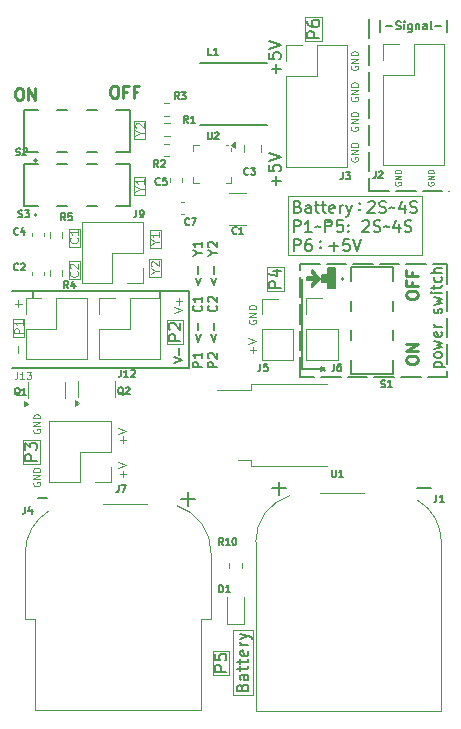
<source format=gbr>
%TF.GenerationSoftware,KiCad,Pcbnew,8.0.1*%
%TF.CreationDate,2024-06-02T10:18:44+08:00*%
%TF.ProjectId,CrazyPowerboard,4372617a-7950-46f7-9765-72626f617264,rev?*%
%TF.SameCoordinates,Original*%
%TF.FileFunction,Legend,Top*%
%TF.FilePolarity,Positive*%
%FSLAX46Y46*%
G04 Gerber Fmt 4.6, Leading zero omitted, Abs format (unit mm)*
G04 Created by KiCad (PCBNEW 8.0.1) date 2024-06-02 10:18:44*
%MOMM*%
%LPD*%
G01*
G04 APERTURE LIST*
%ADD10C,0.150000*%
%ADD11C,0.080000*%
%ADD12C,0.060000*%
%ADD13C,0.200000*%
%ADD14C,0.125000*%
%ADD15C,0.100000*%
%ADD16C,0.175000*%
%ADD17C,0.240000*%
%ADD18C,0.140000*%
%ADD19C,0.160000*%
%ADD20C,0.120000*%
%ADD21C,0.127000*%
G04 APERTURE END LIST*
D10*
X96575000Y-52400000D02*
X81575000Y-52400000D01*
D11*
X82525000Y-65050000D02*
X83925000Y-65050000D01*
X83925000Y-67050000D01*
X82525000Y-67050000D01*
X82525000Y-65050000D01*
D10*
X108253200Y-46547400D02*
X108653200Y-46547400D01*
X107925000Y-59000000D02*
X106125000Y-59000000D01*
D11*
X104925000Y-44400000D02*
X116325000Y-44400000D01*
X116325000Y-49400000D01*
X104925000Y-49400000D01*
X104925000Y-44400000D01*
D10*
X107725000Y-59200000D02*
X108125000Y-58800000D01*
X111850000Y-43900000D02*
X113500000Y-43900000D01*
X114100000Y-43900000D02*
X115750000Y-43900000D01*
X116350000Y-43900000D02*
X118000000Y-43900000D01*
X118600000Y-43900000D02*
X118600000Y-43900000D01*
X96575000Y-52400000D02*
X96575000Y-58900000D01*
X107625000Y-51360000D02*
X106975000Y-52110000D01*
X106975000Y-51810000D01*
X107225000Y-51510000D01*
X106525000Y-51510000D01*
X106525000Y-51210000D01*
X107225000Y-51210000D01*
X106975000Y-50860000D01*
X106975000Y-50610000D01*
X107625000Y-51360000D01*
G36*
X107625000Y-51360000D02*
G01*
X106975000Y-52110000D01*
X106975000Y-51810000D01*
X107225000Y-51510000D01*
X106525000Y-51510000D01*
X106525000Y-51210000D01*
X107225000Y-51210000D01*
X106975000Y-50860000D01*
X106975000Y-50610000D01*
X107625000Y-51360000D01*
G37*
X94075000Y-52400000D02*
X94075000Y-52900000D01*
D12*
X86375000Y-47150000D02*
X87325000Y-47150000D01*
X87325000Y-48650000D01*
X86375000Y-48650000D01*
X86375000Y-47150000D01*
D10*
X96575000Y-58900000D02*
X81625000Y-58900000D01*
D11*
X98575000Y-82900000D02*
X99975000Y-82900000D01*
X99975000Y-84900000D01*
X98575000Y-84900000D01*
X98575000Y-82900000D01*
D10*
X108975000Y-52160000D02*
X108375000Y-52160000D01*
X108375000Y-51660000D01*
X107825000Y-51660000D01*
X107825000Y-51010000D01*
X108375000Y-51010000D01*
X108375000Y-50460000D01*
X108975000Y-50460000D01*
X108975000Y-52160000D01*
G36*
X108975000Y-52160000D02*
G01*
X108375000Y-52160000D01*
X108375000Y-51660000D01*
X107825000Y-51660000D01*
X107825000Y-51010000D01*
X108375000Y-51010000D01*
X108375000Y-50460000D01*
X108975000Y-50460000D01*
X108975000Y-52160000D01*
G37*
D12*
X93250000Y-47250000D02*
X94200000Y-47250000D01*
X94200000Y-48750000D01*
X93250000Y-48750000D01*
X93250000Y-47250000D01*
X91925000Y-38000000D02*
X92875000Y-38000000D01*
X92875000Y-39500000D01*
X91925000Y-39500000D01*
X91925000Y-38000000D01*
D10*
X83325000Y-52400000D02*
X83325000Y-52900000D01*
X111825000Y-29360000D02*
X111827837Y-31009998D01*
X111828869Y-31609997D02*
X111831706Y-33259994D01*
X111832737Y-33859993D02*
X111835574Y-35509991D01*
X111836606Y-36109990D02*
X111839443Y-37759988D01*
X111840475Y-38359987D02*
X111843312Y-40009984D01*
X111844343Y-40609983D02*
X111847180Y-42259981D01*
X111848212Y-42859980D02*
X111850000Y-43900000D01*
D11*
X106425000Y-29250000D02*
X107825000Y-29250000D01*
X107825000Y-31250000D01*
X106425000Y-31250000D01*
X106425000Y-29250000D01*
D12*
X86375000Y-49900000D02*
X87325000Y-49900000D01*
X87325000Y-51400000D01*
X86375000Y-51400000D01*
X86375000Y-49900000D01*
D11*
X103175000Y-50400000D02*
X104575000Y-50400000D01*
X104575000Y-52400000D01*
X103175000Y-52400000D01*
X103175000Y-50400000D01*
D12*
X91925000Y-42750000D02*
X92875000Y-42750000D01*
X92875000Y-44250000D01*
X91925000Y-44250000D01*
X91925000Y-42750000D01*
D11*
X94675000Y-54900000D02*
X96075000Y-54900000D01*
X96075000Y-56900000D01*
X94675000Y-56900000D01*
X94675000Y-54900000D01*
D10*
X108125000Y-59200000D02*
X107725000Y-58800000D01*
X105975000Y-50160000D02*
X107625000Y-50160000D01*
X108225000Y-50160000D02*
X109875000Y-50160000D01*
X110475000Y-50160000D02*
X112125000Y-50160000D01*
X112725000Y-50160000D02*
X114375000Y-50160000D01*
X114975000Y-50160000D02*
X116625000Y-50160000D01*
X117225000Y-50160000D02*
X118425000Y-50160000D01*
X118425000Y-50160000D02*
X118425000Y-51810000D01*
X118425000Y-52410000D02*
X118425000Y-54060000D01*
X118425000Y-54660000D02*
X118425000Y-56310000D01*
X118425000Y-56910000D02*
X118425000Y-58560000D01*
X118425000Y-59160000D02*
X118425000Y-59660000D01*
X118425000Y-59660000D02*
X116775000Y-59660000D01*
X116175000Y-59660000D02*
X114525000Y-59660000D01*
X113925000Y-59660000D02*
X112275000Y-59660000D01*
X111675000Y-59660000D02*
X110025000Y-59660000D01*
X109425000Y-59660000D02*
X107775000Y-59660000D01*
X107175000Y-59660000D02*
X105975000Y-59660000D01*
X105975000Y-59660000D02*
X105975000Y-58010000D01*
X105975000Y-57410000D02*
X105975000Y-55760000D01*
X105975000Y-55160000D02*
X105975000Y-53510000D01*
X105975000Y-52910000D02*
X105975000Y-51260000D01*
X105975000Y-50660000D02*
X105975000Y-50160000D01*
D12*
X81675000Y-54800000D02*
X82625000Y-54800000D01*
X82625000Y-56300000D01*
X81675000Y-56300000D01*
X81675000Y-54800000D01*
D10*
X106125000Y-59000000D02*
X106125000Y-51400000D01*
D11*
X100325000Y-81150000D02*
X101975000Y-81150000D01*
X101975000Y-86650000D01*
X100325000Y-86650000D01*
X100325000Y-81150000D01*
D12*
X93225000Y-49700000D02*
X94175000Y-49700000D01*
X94175000Y-51200000D01*
X93225000Y-51200000D01*
X93225000Y-49700000D01*
D13*
X107592219Y-30980326D02*
X106592219Y-30980326D01*
X106592219Y-30980326D02*
X106592219Y-30599374D01*
X106592219Y-30599374D02*
X106639838Y-30504136D01*
X106639838Y-30504136D02*
X106687457Y-30456517D01*
X106687457Y-30456517D02*
X106782695Y-30408898D01*
X106782695Y-30408898D02*
X106925552Y-30408898D01*
X106925552Y-30408898D02*
X107020790Y-30456517D01*
X107020790Y-30456517D02*
X107068409Y-30504136D01*
X107068409Y-30504136D02*
X107116028Y-30599374D01*
X107116028Y-30599374D02*
X107116028Y-30980326D01*
X106592219Y-29551755D02*
X106592219Y-29742231D01*
X106592219Y-29742231D02*
X106639838Y-29837469D01*
X106639838Y-29837469D02*
X106687457Y-29885088D01*
X106687457Y-29885088D02*
X106830314Y-29980326D01*
X106830314Y-29980326D02*
X107020790Y-30027945D01*
X107020790Y-30027945D02*
X107401742Y-30027945D01*
X107401742Y-30027945D02*
X107496980Y-29980326D01*
X107496980Y-29980326D02*
X107544600Y-29932707D01*
X107544600Y-29932707D02*
X107592219Y-29837469D01*
X107592219Y-29837469D02*
X107592219Y-29646993D01*
X107592219Y-29646993D02*
X107544600Y-29551755D01*
X107544600Y-29551755D02*
X107496980Y-29504136D01*
X107496980Y-29504136D02*
X107401742Y-29456517D01*
X107401742Y-29456517D02*
X107163647Y-29456517D01*
X107163647Y-29456517D02*
X107068409Y-29504136D01*
X107068409Y-29504136D02*
X107020790Y-29551755D01*
X107020790Y-29551755D02*
X106973171Y-29646993D01*
X106973171Y-29646993D02*
X106973171Y-29837469D01*
X106973171Y-29837469D02*
X107020790Y-29932707D01*
X107020790Y-29932707D02*
X107068409Y-29980326D01*
X107068409Y-29980326D02*
X107163647Y-30027945D01*
D14*
X83423642Y-64110621D02*
X83395071Y-64167764D01*
X83395071Y-64167764D02*
X83395071Y-64253478D01*
X83395071Y-64253478D02*
X83423642Y-64339192D01*
X83423642Y-64339192D02*
X83480785Y-64396335D01*
X83480785Y-64396335D02*
X83537928Y-64424906D01*
X83537928Y-64424906D02*
X83652214Y-64453478D01*
X83652214Y-64453478D02*
X83737928Y-64453478D01*
X83737928Y-64453478D02*
X83852214Y-64424906D01*
X83852214Y-64424906D02*
X83909357Y-64396335D01*
X83909357Y-64396335D02*
X83966500Y-64339192D01*
X83966500Y-64339192D02*
X83995071Y-64253478D01*
X83995071Y-64253478D02*
X83995071Y-64196335D01*
X83995071Y-64196335D02*
X83966500Y-64110621D01*
X83966500Y-64110621D02*
X83937928Y-64082049D01*
X83937928Y-64082049D02*
X83737928Y-64082049D01*
X83737928Y-64082049D02*
X83737928Y-64196335D01*
X83995071Y-63824906D02*
X83395071Y-63824906D01*
X83395071Y-63824906D02*
X83995071Y-63482049D01*
X83995071Y-63482049D02*
X83395071Y-63482049D01*
X83995071Y-63196335D02*
X83395071Y-63196335D01*
X83395071Y-63196335D02*
X83395071Y-63053478D01*
X83395071Y-63053478D02*
X83423642Y-62967764D01*
X83423642Y-62967764D02*
X83480785Y-62910621D01*
X83480785Y-62910621D02*
X83537928Y-62882050D01*
X83537928Y-62882050D02*
X83652214Y-62853478D01*
X83652214Y-62853478D02*
X83737928Y-62853478D01*
X83737928Y-62853478D02*
X83852214Y-62882050D01*
X83852214Y-62882050D02*
X83909357Y-62910621D01*
X83909357Y-62910621D02*
X83966500Y-62967764D01*
X83966500Y-62967764D02*
X83995071Y-63053478D01*
X83995071Y-63053478D02*
X83995071Y-63196335D01*
X92399500Y-39017764D02*
X92732833Y-39017764D01*
X92032833Y-39251097D02*
X92399500Y-39017764D01*
X92399500Y-39017764D02*
X92032833Y-38784430D01*
X92099500Y-38584430D02*
X92066166Y-38551097D01*
X92066166Y-38551097D02*
X92032833Y-38484430D01*
X92032833Y-38484430D02*
X92032833Y-38317764D01*
X92032833Y-38317764D02*
X92066166Y-38251097D01*
X92066166Y-38251097D02*
X92099500Y-38217764D01*
X92099500Y-38217764D02*
X92166166Y-38184430D01*
X92166166Y-38184430D02*
X92232833Y-38184430D01*
X92232833Y-38184430D02*
X92332833Y-38217764D01*
X92332833Y-38217764D02*
X92732833Y-38617764D01*
X92732833Y-38617764D02*
X92732833Y-38184430D01*
D13*
X95842219Y-56630326D02*
X94842219Y-56630326D01*
X94842219Y-56630326D02*
X94842219Y-56249374D01*
X94842219Y-56249374D02*
X94889838Y-56154136D01*
X94889838Y-56154136D02*
X94937457Y-56106517D01*
X94937457Y-56106517D02*
X95032695Y-56058898D01*
X95032695Y-56058898D02*
X95175552Y-56058898D01*
X95175552Y-56058898D02*
X95270790Y-56106517D01*
X95270790Y-56106517D02*
X95318409Y-56154136D01*
X95318409Y-56154136D02*
X95366028Y-56249374D01*
X95366028Y-56249374D02*
X95366028Y-56630326D01*
X94937457Y-55677945D02*
X94889838Y-55630326D01*
X94889838Y-55630326D02*
X94842219Y-55535088D01*
X94842219Y-55535088D02*
X94842219Y-55296993D01*
X94842219Y-55296993D02*
X94889838Y-55201755D01*
X94889838Y-55201755D02*
X94937457Y-55154136D01*
X94937457Y-55154136D02*
X95032695Y-55106517D01*
X95032695Y-55106517D02*
X95127933Y-55106517D01*
X95127933Y-55106517D02*
X95270790Y-55154136D01*
X95270790Y-55154136D02*
X95842219Y-55725564D01*
X95842219Y-55725564D02*
X95842219Y-55106517D01*
D14*
X110301842Y-38508021D02*
X110273271Y-38565164D01*
X110273271Y-38565164D02*
X110273271Y-38650878D01*
X110273271Y-38650878D02*
X110301842Y-38736592D01*
X110301842Y-38736592D02*
X110358985Y-38793735D01*
X110358985Y-38793735D02*
X110416128Y-38822306D01*
X110416128Y-38822306D02*
X110530414Y-38850878D01*
X110530414Y-38850878D02*
X110616128Y-38850878D01*
X110616128Y-38850878D02*
X110730414Y-38822306D01*
X110730414Y-38822306D02*
X110787557Y-38793735D01*
X110787557Y-38793735D02*
X110844700Y-38736592D01*
X110844700Y-38736592D02*
X110873271Y-38650878D01*
X110873271Y-38650878D02*
X110873271Y-38593735D01*
X110873271Y-38593735D02*
X110844700Y-38508021D01*
X110844700Y-38508021D02*
X110816128Y-38479449D01*
X110816128Y-38479449D02*
X110616128Y-38479449D01*
X110616128Y-38479449D02*
X110616128Y-38593735D01*
X110873271Y-38222306D02*
X110273271Y-38222306D01*
X110273271Y-38222306D02*
X110873271Y-37879449D01*
X110873271Y-37879449D02*
X110273271Y-37879449D01*
X110873271Y-37593735D02*
X110273271Y-37593735D01*
X110273271Y-37593735D02*
X110273271Y-37450878D01*
X110273271Y-37450878D02*
X110301842Y-37365164D01*
X110301842Y-37365164D02*
X110358985Y-37308021D01*
X110358985Y-37308021D02*
X110416128Y-37279450D01*
X110416128Y-37279450D02*
X110530414Y-37250878D01*
X110530414Y-37250878D02*
X110616128Y-37250878D01*
X110616128Y-37250878D02*
X110730414Y-37279450D01*
X110730414Y-37279450D02*
X110787557Y-37308021D01*
X110787557Y-37308021D02*
X110844700Y-37365164D01*
X110844700Y-37365164D02*
X110873271Y-37450878D01*
X110873271Y-37450878D02*
X110873271Y-37593735D01*
D15*
X116807419Y-43203258D02*
X116783609Y-43250877D01*
X116783609Y-43250877D02*
X116783609Y-43322306D01*
X116783609Y-43322306D02*
X116807419Y-43393734D01*
X116807419Y-43393734D02*
X116855038Y-43441353D01*
X116855038Y-43441353D02*
X116902657Y-43465163D01*
X116902657Y-43465163D02*
X116997895Y-43488972D01*
X116997895Y-43488972D02*
X117069323Y-43488972D01*
X117069323Y-43488972D02*
X117164561Y-43465163D01*
X117164561Y-43465163D02*
X117212180Y-43441353D01*
X117212180Y-43441353D02*
X117259800Y-43393734D01*
X117259800Y-43393734D02*
X117283609Y-43322306D01*
X117283609Y-43322306D02*
X117283609Y-43274687D01*
X117283609Y-43274687D02*
X117259800Y-43203258D01*
X117259800Y-43203258D02*
X117235990Y-43179449D01*
X117235990Y-43179449D02*
X117069323Y-43179449D01*
X117069323Y-43179449D02*
X117069323Y-43274687D01*
X117283609Y-42965163D02*
X116783609Y-42965163D01*
X116783609Y-42965163D02*
X117283609Y-42679449D01*
X117283609Y-42679449D02*
X116783609Y-42679449D01*
X117283609Y-42441353D02*
X116783609Y-42441353D01*
X116783609Y-42441353D02*
X116783609Y-42322305D01*
X116783609Y-42322305D02*
X116807419Y-42250877D01*
X116807419Y-42250877D02*
X116855038Y-42203258D01*
X116855038Y-42203258D02*
X116902657Y-42179448D01*
X116902657Y-42179448D02*
X116997895Y-42155639D01*
X116997895Y-42155639D02*
X117069323Y-42155639D01*
X117069323Y-42155639D02*
X117164561Y-42179448D01*
X117164561Y-42179448D02*
X117212180Y-42203258D01*
X117212180Y-42203258D02*
X117259800Y-42250877D01*
X117259800Y-42250877D02*
X117283609Y-42322305D01*
X117283609Y-42322305D02*
X117283609Y-42441353D01*
D14*
X82076166Y-57621097D02*
X82076166Y-57087764D01*
D16*
X117355757Y-58830583D02*
X118255757Y-58830583D01*
X117398614Y-58830583D02*
X117355757Y-58744869D01*
X117355757Y-58744869D02*
X117355757Y-58573440D01*
X117355757Y-58573440D02*
X117398614Y-58487726D01*
X117398614Y-58487726D02*
X117441471Y-58444869D01*
X117441471Y-58444869D02*
X117527185Y-58402011D01*
X117527185Y-58402011D02*
X117784328Y-58402011D01*
X117784328Y-58402011D02*
X117870042Y-58444869D01*
X117870042Y-58444869D02*
X117912900Y-58487726D01*
X117912900Y-58487726D02*
X117955757Y-58573440D01*
X117955757Y-58573440D02*
X117955757Y-58744869D01*
X117955757Y-58744869D02*
X117912900Y-58830583D01*
X117955757Y-57887725D02*
X117912900Y-57973440D01*
X117912900Y-57973440D02*
X117870042Y-58016297D01*
X117870042Y-58016297D02*
X117784328Y-58059154D01*
X117784328Y-58059154D02*
X117527185Y-58059154D01*
X117527185Y-58059154D02*
X117441471Y-58016297D01*
X117441471Y-58016297D02*
X117398614Y-57973440D01*
X117398614Y-57973440D02*
X117355757Y-57887725D01*
X117355757Y-57887725D02*
X117355757Y-57759154D01*
X117355757Y-57759154D02*
X117398614Y-57673440D01*
X117398614Y-57673440D02*
X117441471Y-57630583D01*
X117441471Y-57630583D02*
X117527185Y-57587725D01*
X117527185Y-57587725D02*
X117784328Y-57587725D01*
X117784328Y-57587725D02*
X117870042Y-57630583D01*
X117870042Y-57630583D02*
X117912900Y-57673440D01*
X117912900Y-57673440D02*
X117955757Y-57759154D01*
X117955757Y-57759154D02*
X117955757Y-57887725D01*
X117355757Y-57287725D02*
X117955757Y-57116297D01*
X117955757Y-57116297D02*
X117527185Y-56944868D01*
X117527185Y-56944868D02*
X117955757Y-56773439D01*
X117955757Y-56773439D02*
X117355757Y-56602011D01*
X117912900Y-55916297D02*
X117955757Y-56002011D01*
X117955757Y-56002011D02*
X117955757Y-56173440D01*
X117955757Y-56173440D02*
X117912900Y-56259154D01*
X117912900Y-56259154D02*
X117827185Y-56302011D01*
X117827185Y-56302011D02*
X117484328Y-56302011D01*
X117484328Y-56302011D02*
X117398614Y-56259154D01*
X117398614Y-56259154D02*
X117355757Y-56173440D01*
X117355757Y-56173440D02*
X117355757Y-56002011D01*
X117355757Y-56002011D02*
X117398614Y-55916297D01*
X117398614Y-55916297D02*
X117484328Y-55873440D01*
X117484328Y-55873440D02*
X117570042Y-55873440D01*
X117570042Y-55873440D02*
X117655757Y-56302011D01*
X117955757Y-55487725D02*
X117355757Y-55487725D01*
X117527185Y-55487725D02*
X117441471Y-55444868D01*
X117441471Y-55444868D02*
X117398614Y-55402011D01*
X117398614Y-55402011D02*
X117355757Y-55316296D01*
X117355757Y-55316296D02*
X117355757Y-55230582D01*
X117912900Y-54287725D02*
X117955757Y-54202011D01*
X117955757Y-54202011D02*
X117955757Y-54030582D01*
X117955757Y-54030582D02*
X117912900Y-53944868D01*
X117912900Y-53944868D02*
X117827185Y-53902011D01*
X117827185Y-53902011D02*
X117784328Y-53902011D01*
X117784328Y-53902011D02*
X117698614Y-53944868D01*
X117698614Y-53944868D02*
X117655757Y-54030582D01*
X117655757Y-54030582D02*
X117655757Y-54159154D01*
X117655757Y-54159154D02*
X117612900Y-54244868D01*
X117612900Y-54244868D02*
X117527185Y-54287725D01*
X117527185Y-54287725D02*
X117484328Y-54287725D01*
X117484328Y-54287725D02*
X117398614Y-54244868D01*
X117398614Y-54244868D02*
X117355757Y-54159154D01*
X117355757Y-54159154D02*
X117355757Y-54030582D01*
X117355757Y-54030582D02*
X117398614Y-53944868D01*
X117355757Y-53602011D02*
X117955757Y-53430583D01*
X117955757Y-53430583D02*
X117527185Y-53259154D01*
X117527185Y-53259154D02*
X117955757Y-53087725D01*
X117955757Y-53087725D02*
X117355757Y-52916297D01*
X117955757Y-52573440D02*
X117355757Y-52573440D01*
X117055757Y-52573440D02*
X117098614Y-52616297D01*
X117098614Y-52616297D02*
X117141471Y-52573440D01*
X117141471Y-52573440D02*
X117098614Y-52530583D01*
X117098614Y-52530583D02*
X117055757Y-52573440D01*
X117055757Y-52573440D02*
X117141471Y-52573440D01*
X117355757Y-52273440D02*
X117355757Y-51930583D01*
X117055757Y-52144869D02*
X117827185Y-52144869D01*
X117827185Y-52144869D02*
X117912900Y-52102012D01*
X117912900Y-52102012D02*
X117955757Y-52016297D01*
X117955757Y-52016297D02*
X117955757Y-51930583D01*
X117912900Y-51244869D02*
X117955757Y-51330583D01*
X117955757Y-51330583D02*
X117955757Y-51502011D01*
X117955757Y-51502011D02*
X117912900Y-51587726D01*
X117912900Y-51587726D02*
X117870042Y-51630583D01*
X117870042Y-51630583D02*
X117784328Y-51673440D01*
X117784328Y-51673440D02*
X117527185Y-51673440D01*
X117527185Y-51673440D02*
X117441471Y-51630583D01*
X117441471Y-51630583D02*
X117398614Y-51587726D01*
X117398614Y-51587726D02*
X117355757Y-51502011D01*
X117355757Y-51502011D02*
X117355757Y-51330583D01*
X117355757Y-51330583D02*
X117398614Y-51244869D01*
X117955757Y-50859154D02*
X117055757Y-50859154D01*
X117955757Y-50473440D02*
X117484328Y-50473440D01*
X117484328Y-50473440D02*
X117398614Y-50516297D01*
X117398614Y-50516297D02*
X117355757Y-50602011D01*
X117355757Y-50602011D02*
X117355757Y-50730582D01*
X117355757Y-50730582D02*
X117398614Y-50816297D01*
X117398614Y-50816297D02*
X117441471Y-50859154D01*
D14*
X82126166Y-53741097D02*
X82126166Y-53207764D01*
X82392833Y-53474430D02*
X81859500Y-53474430D01*
D10*
X101071009Y-85979887D02*
X101118628Y-85837030D01*
X101118628Y-85837030D02*
X101166247Y-85789411D01*
X101166247Y-85789411D02*
X101261485Y-85741792D01*
X101261485Y-85741792D02*
X101404342Y-85741792D01*
X101404342Y-85741792D02*
X101499580Y-85789411D01*
X101499580Y-85789411D02*
X101547200Y-85837030D01*
X101547200Y-85837030D02*
X101594819Y-85932268D01*
X101594819Y-85932268D02*
X101594819Y-86313220D01*
X101594819Y-86313220D02*
X100594819Y-86313220D01*
X100594819Y-86313220D02*
X100594819Y-85979887D01*
X100594819Y-85979887D02*
X100642438Y-85884649D01*
X100642438Y-85884649D02*
X100690057Y-85837030D01*
X100690057Y-85837030D02*
X100785295Y-85789411D01*
X100785295Y-85789411D02*
X100880533Y-85789411D01*
X100880533Y-85789411D02*
X100975771Y-85837030D01*
X100975771Y-85837030D02*
X101023390Y-85884649D01*
X101023390Y-85884649D02*
X101071009Y-85979887D01*
X101071009Y-85979887D02*
X101071009Y-86313220D01*
X101594819Y-84884649D02*
X101071009Y-84884649D01*
X101071009Y-84884649D02*
X100975771Y-84932268D01*
X100975771Y-84932268D02*
X100928152Y-85027506D01*
X100928152Y-85027506D02*
X100928152Y-85217982D01*
X100928152Y-85217982D02*
X100975771Y-85313220D01*
X101547200Y-84884649D02*
X101594819Y-84979887D01*
X101594819Y-84979887D02*
X101594819Y-85217982D01*
X101594819Y-85217982D02*
X101547200Y-85313220D01*
X101547200Y-85313220D02*
X101451961Y-85360839D01*
X101451961Y-85360839D02*
X101356723Y-85360839D01*
X101356723Y-85360839D02*
X101261485Y-85313220D01*
X101261485Y-85313220D02*
X101213866Y-85217982D01*
X101213866Y-85217982D02*
X101213866Y-84979887D01*
X101213866Y-84979887D02*
X101166247Y-84884649D01*
X100928152Y-84551315D02*
X100928152Y-84170363D01*
X100594819Y-84408458D02*
X101451961Y-84408458D01*
X101451961Y-84408458D02*
X101547200Y-84360839D01*
X101547200Y-84360839D02*
X101594819Y-84265601D01*
X101594819Y-84265601D02*
X101594819Y-84170363D01*
X100928152Y-83979886D02*
X100928152Y-83598934D01*
X100594819Y-83837029D02*
X101451961Y-83837029D01*
X101451961Y-83837029D02*
X101547200Y-83789410D01*
X101547200Y-83789410D02*
X101594819Y-83694172D01*
X101594819Y-83694172D02*
X101594819Y-83598934D01*
X101547200Y-82884648D02*
X101594819Y-82979886D01*
X101594819Y-82979886D02*
X101594819Y-83170362D01*
X101594819Y-83170362D02*
X101547200Y-83265600D01*
X101547200Y-83265600D02*
X101451961Y-83313219D01*
X101451961Y-83313219D02*
X101071009Y-83313219D01*
X101071009Y-83313219D02*
X100975771Y-83265600D01*
X100975771Y-83265600D02*
X100928152Y-83170362D01*
X100928152Y-83170362D02*
X100928152Y-82979886D01*
X100928152Y-82979886D02*
X100975771Y-82884648D01*
X100975771Y-82884648D02*
X101071009Y-82837029D01*
X101071009Y-82837029D02*
X101166247Y-82837029D01*
X101166247Y-82837029D02*
X101261485Y-83313219D01*
X101594819Y-82408457D02*
X100928152Y-82408457D01*
X101118628Y-82408457D02*
X101023390Y-82360838D01*
X101023390Y-82360838D02*
X100975771Y-82313219D01*
X100975771Y-82313219D02*
X100928152Y-82217981D01*
X100928152Y-82217981D02*
X100928152Y-82122743D01*
X100928152Y-81884647D02*
X101594819Y-81646552D01*
X100928152Y-81408457D02*
X101594819Y-81646552D01*
X101594819Y-81646552D02*
X101832914Y-81741790D01*
X101832914Y-81741790D02*
X101880533Y-81789409D01*
X101880533Y-81789409D02*
X101928152Y-81884647D01*
D14*
X101966166Y-57651097D02*
X101966166Y-57117764D01*
X102232833Y-57384430D02*
X101699500Y-57384430D01*
X101532833Y-56884430D02*
X102232833Y-56651097D01*
X102232833Y-56651097D02*
X101532833Y-56417763D01*
X90966166Y-68151097D02*
X90966166Y-67617764D01*
X91232833Y-67884430D02*
X90699500Y-67884430D01*
X90532833Y-67384430D02*
X91232833Y-67151097D01*
X91232833Y-67151097D02*
X90532833Y-66917763D01*
D13*
X83692219Y-66780326D02*
X82692219Y-66780326D01*
X82692219Y-66780326D02*
X82692219Y-66399374D01*
X82692219Y-66399374D02*
X82739838Y-66304136D01*
X82739838Y-66304136D02*
X82787457Y-66256517D01*
X82787457Y-66256517D02*
X82882695Y-66208898D01*
X82882695Y-66208898D02*
X83025552Y-66208898D01*
X83025552Y-66208898D02*
X83120790Y-66256517D01*
X83120790Y-66256517D02*
X83168409Y-66304136D01*
X83168409Y-66304136D02*
X83216028Y-66399374D01*
X83216028Y-66399374D02*
X83216028Y-66780326D01*
X82692219Y-65875564D02*
X82692219Y-65256517D01*
X82692219Y-65256517D02*
X83073171Y-65589850D01*
X83073171Y-65589850D02*
X83073171Y-65446993D01*
X83073171Y-65446993D02*
X83120790Y-65351755D01*
X83120790Y-65351755D02*
X83168409Y-65304136D01*
X83168409Y-65304136D02*
X83263647Y-65256517D01*
X83263647Y-65256517D02*
X83501742Y-65256517D01*
X83501742Y-65256517D02*
X83596980Y-65304136D01*
X83596980Y-65304136D02*
X83644600Y-65351755D01*
X83644600Y-65351755D02*
X83692219Y-65446993D01*
X83692219Y-65446993D02*
X83692219Y-65732707D01*
X83692219Y-65732707D02*
X83644600Y-65827945D01*
X83644600Y-65827945D02*
X83596980Y-65875564D01*
D14*
X110301842Y-33360621D02*
X110273271Y-33417764D01*
X110273271Y-33417764D02*
X110273271Y-33503478D01*
X110273271Y-33503478D02*
X110301842Y-33589192D01*
X110301842Y-33589192D02*
X110358985Y-33646335D01*
X110358985Y-33646335D02*
X110416128Y-33674906D01*
X110416128Y-33674906D02*
X110530414Y-33703478D01*
X110530414Y-33703478D02*
X110616128Y-33703478D01*
X110616128Y-33703478D02*
X110730414Y-33674906D01*
X110730414Y-33674906D02*
X110787557Y-33646335D01*
X110787557Y-33646335D02*
X110844700Y-33589192D01*
X110844700Y-33589192D02*
X110873271Y-33503478D01*
X110873271Y-33503478D02*
X110873271Y-33446335D01*
X110873271Y-33446335D02*
X110844700Y-33360621D01*
X110844700Y-33360621D02*
X110816128Y-33332049D01*
X110816128Y-33332049D02*
X110616128Y-33332049D01*
X110616128Y-33332049D02*
X110616128Y-33446335D01*
X110873271Y-33074906D02*
X110273271Y-33074906D01*
X110273271Y-33074906D02*
X110873271Y-32732049D01*
X110873271Y-32732049D02*
X110273271Y-32732049D01*
X110873271Y-32446335D02*
X110273271Y-32446335D01*
X110273271Y-32446335D02*
X110273271Y-32303478D01*
X110273271Y-32303478D02*
X110301842Y-32217764D01*
X110301842Y-32217764D02*
X110358985Y-32160621D01*
X110358985Y-32160621D02*
X110416128Y-32132050D01*
X110416128Y-32132050D02*
X110530414Y-32103478D01*
X110530414Y-32103478D02*
X110616128Y-32103478D01*
X110616128Y-32103478D02*
X110730414Y-32132050D01*
X110730414Y-32132050D02*
X110787557Y-32160621D01*
X110787557Y-32160621D02*
X110844700Y-32217764D01*
X110844700Y-32217764D02*
X110873271Y-32303478D01*
X110873271Y-32303478D02*
X110873271Y-32446335D01*
D10*
X112757017Y-30499866D02*
X112757017Y-29499866D01*
X113257017Y-29999866D02*
X113790351Y-29999866D01*
X114090351Y-30233200D02*
X114190351Y-30266533D01*
X114190351Y-30266533D02*
X114357018Y-30266533D01*
X114357018Y-30266533D02*
X114423684Y-30233200D01*
X114423684Y-30233200D02*
X114457018Y-30199866D01*
X114457018Y-30199866D02*
X114490351Y-30133200D01*
X114490351Y-30133200D02*
X114490351Y-30066533D01*
X114490351Y-30066533D02*
X114457018Y-29999866D01*
X114457018Y-29999866D02*
X114423684Y-29966533D01*
X114423684Y-29966533D02*
X114357018Y-29933200D01*
X114357018Y-29933200D02*
X114223684Y-29899866D01*
X114223684Y-29899866D02*
X114157018Y-29866533D01*
X114157018Y-29866533D02*
X114123684Y-29833200D01*
X114123684Y-29833200D02*
X114090351Y-29766533D01*
X114090351Y-29766533D02*
X114090351Y-29699866D01*
X114090351Y-29699866D02*
X114123684Y-29633200D01*
X114123684Y-29633200D02*
X114157018Y-29599866D01*
X114157018Y-29599866D02*
X114223684Y-29566533D01*
X114223684Y-29566533D02*
X114390351Y-29566533D01*
X114390351Y-29566533D02*
X114490351Y-29599866D01*
X114790351Y-30266533D02*
X114790351Y-29799866D01*
X114790351Y-29566533D02*
X114757018Y-29599866D01*
X114757018Y-29599866D02*
X114790351Y-29633200D01*
X114790351Y-29633200D02*
X114823685Y-29599866D01*
X114823685Y-29599866D02*
X114790351Y-29566533D01*
X114790351Y-29566533D02*
X114790351Y-29633200D01*
X115423684Y-29799866D02*
X115423684Y-30366533D01*
X115423684Y-30366533D02*
X115390351Y-30433200D01*
X115390351Y-30433200D02*
X115357018Y-30466533D01*
X115357018Y-30466533D02*
X115290351Y-30499866D01*
X115290351Y-30499866D02*
X115190351Y-30499866D01*
X115190351Y-30499866D02*
X115123684Y-30466533D01*
X115423684Y-30233200D02*
X115357018Y-30266533D01*
X115357018Y-30266533D02*
X115223684Y-30266533D01*
X115223684Y-30266533D02*
X115157018Y-30233200D01*
X115157018Y-30233200D02*
X115123684Y-30199866D01*
X115123684Y-30199866D02*
X115090351Y-30133200D01*
X115090351Y-30133200D02*
X115090351Y-29933200D01*
X115090351Y-29933200D02*
X115123684Y-29866533D01*
X115123684Y-29866533D02*
X115157018Y-29833200D01*
X115157018Y-29833200D02*
X115223684Y-29799866D01*
X115223684Y-29799866D02*
X115357018Y-29799866D01*
X115357018Y-29799866D02*
X115423684Y-29833200D01*
X115757017Y-29799866D02*
X115757017Y-30266533D01*
X115757017Y-29866533D02*
X115790351Y-29833200D01*
X115790351Y-29833200D02*
X115857017Y-29799866D01*
X115857017Y-29799866D02*
X115957017Y-29799866D01*
X115957017Y-29799866D02*
X116023684Y-29833200D01*
X116023684Y-29833200D02*
X116057017Y-29899866D01*
X116057017Y-29899866D02*
X116057017Y-30266533D01*
X116690350Y-30266533D02*
X116690350Y-29899866D01*
X116690350Y-29899866D02*
X116657017Y-29833200D01*
X116657017Y-29833200D02*
X116590350Y-29799866D01*
X116590350Y-29799866D02*
X116457017Y-29799866D01*
X116457017Y-29799866D02*
X116390350Y-29833200D01*
X116690350Y-30233200D02*
X116623684Y-30266533D01*
X116623684Y-30266533D02*
X116457017Y-30266533D01*
X116457017Y-30266533D02*
X116390350Y-30233200D01*
X116390350Y-30233200D02*
X116357017Y-30166533D01*
X116357017Y-30166533D02*
X116357017Y-30099866D01*
X116357017Y-30099866D02*
X116390350Y-30033200D01*
X116390350Y-30033200D02*
X116457017Y-29999866D01*
X116457017Y-29999866D02*
X116623684Y-29999866D01*
X116623684Y-29999866D02*
X116690350Y-29966533D01*
X117123683Y-30266533D02*
X117057017Y-30233200D01*
X117057017Y-30233200D02*
X117023683Y-30166533D01*
X117023683Y-30166533D02*
X117023683Y-29566533D01*
X117390350Y-29999866D02*
X117923684Y-29999866D01*
X118423684Y-30499866D02*
X118423684Y-29499866D01*
D17*
X114940139Y-58323534D02*
X114940139Y-58133058D01*
X114940139Y-58133058D02*
X114987758Y-58037820D01*
X114987758Y-58037820D02*
X115082996Y-57942582D01*
X115082996Y-57942582D02*
X115273472Y-57894963D01*
X115273472Y-57894963D02*
X115606805Y-57894963D01*
X115606805Y-57894963D02*
X115797281Y-57942582D01*
X115797281Y-57942582D02*
X115892520Y-58037820D01*
X115892520Y-58037820D02*
X115940139Y-58133058D01*
X115940139Y-58133058D02*
X115940139Y-58323534D01*
X115940139Y-58323534D02*
X115892520Y-58418772D01*
X115892520Y-58418772D02*
X115797281Y-58514010D01*
X115797281Y-58514010D02*
X115606805Y-58561629D01*
X115606805Y-58561629D02*
X115273472Y-58561629D01*
X115273472Y-58561629D02*
X115082996Y-58514010D01*
X115082996Y-58514010D02*
X114987758Y-58418772D01*
X114987758Y-58418772D02*
X114940139Y-58323534D01*
X115940139Y-57466391D02*
X114940139Y-57466391D01*
X114940139Y-57466391D02*
X115940139Y-56894963D01*
X115940139Y-56894963D02*
X114940139Y-56894963D01*
D14*
X95282833Y-54251097D02*
X95982833Y-54017764D01*
X95982833Y-54017764D02*
X95282833Y-53784430D01*
X95716166Y-53551097D02*
X95716166Y-53017764D01*
X95982833Y-53284430D02*
X95449500Y-53284430D01*
D13*
X105778006Y-45273521D02*
X105920863Y-45321140D01*
X105920863Y-45321140D02*
X105968482Y-45368759D01*
X105968482Y-45368759D02*
X106016101Y-45463997D01*
X106016101Y-45463997D02*
X106016101Y-45606854D01*
X106016101Y-45606854D02*
X105968482Y-45702092D01*
X105968482Y-45702092D02*
X105920863Y-45749712D01*
X105920863Y-45749712D02*
X105825625Y-45797331D01*
X105825625Y-45797331D02*
X105444673Y-45797331D01*
X105444673Y-45797331D02*
X105444673Y-44797331D01*
X105444673Y-44797331D02*
X105778006Y-44797331D01*
X105778006Y-44797331D02*
X105873244Y-44844950D01*
X105873244Y-44844950D02*
X105920863Y-44892569D01*
X105920863Y-44892569D02*
X105968482Y-44987807D01*
X105968482Y-44987807D02*
X105968482Y-45083045D01*
X105968482Y-45083045D02*
X105920863Y-45178283D01*
X105920863Y-45178283D02*
X105873244Y-45225902D01*
X105873244Y-45225902D02*
X105778006Y-45273521D01*
X105778006Y-45273521D02*
X105444673Y-45273521D01*
X106873244Y-45797331D02*
X106873244Y-45273521D01*
X106873244Y-45273521D02*
X106825625Y-45178283D01*
X106825625Y-45178283D02*
X106730387Y-45130664D01*
X106730387Y-45130664D02*
X106539911Y-45130664D01*
X106539911Y-45130664D02*
X106444673Y-45178283D01*
X106873244Y-45749712D02*
X106778006Y-45797331D01*
X106778006Y-45797331D02*
X106539911Y-45797331D01*
X106539911Y-45797331D02*
X106444673Y-45749712D01*
X106444673Y-45749712D02*
X106397054Y-45654473D01*
X106397054Y-45654473D02*
X106397054Y-45559235D01*
X106397054Y-45559235D02*
X106444673Y-45463997D01*
X106444673Y-45463997D02*
X106539911Y-45416378D01*
X106539911Y-45416378D02*
X106778006Y-45416378D01*
X106778006Y-45416378D02*
X106873244Y-45368759D01*
X107206578Y-45130664D02*
X107587530Y-45130664D01*
X107349435Y-44797331D02*
X107349435Y-45654473D01*
X107349435Y-45654473D02*
X107397054Y-45749712D01*
X107397054Y-45749712D02*
X107492292Y-45797331D01*
X107492292Y-45797331D02*
X107587530Y-45797331D01*
X107778007Y-45130664D02*
X108158959Y-45130664D01*
X107920864Y-44797331D02*
X107920864Y-45654473D01*
X107920864Y-45654473D02*
X107968483Y-45749712D01*
X107968483Y-45749712D02*
X108063721Y-45797331D01*
X108063721Y-45797331D02*
X108158959Y-45797331D01*
X108873245Y-45749712D02*
X108778007Y-45797331D01*
X108778007Y-45797331D02*
X108587531Y-45797331D01*
X108587531Y-45797331D02*
X108492293Y-45749712D01*
X108492293Y-45749712D02*
X108444674Y-45654473D01*
X108444674Y-45654473D02*
X108444674Y-45273521D01*
X108444674Y-45273521D02*
X108492293Y-45178283D01*
X108492293Y-45178283D02*
X108587531Y-45130664D01*
X108587531Y-45130664D02*
X108778007Y-45130664D01*
X108778007Y-45130664D02*
X108873245Y-45178283D01*
X108873245Y-45178283D02*
X108920864Y-45273521D01*
X108920864Y-45273521D02*
X108920864Y-45368759D01*
X108920864Y-45368759D02*
X108444674Y-45463997D01*
X109349436Y-45797331D02*
X109349436Y-45130664D01*
X109349436Y-45321140D02*
X109397055Y-45225902D01*
X109397055Y-45225902D02*
X109444674Y-45178283D01*
X109444674Y-45178283D02*
X109539912Y-45130664D01*
X109539912Y-45130664D02*
X109635150Y-45130664D01*
X109873246Y-45130664D02*
X110111341Y-45797331D01*
X110349436Y-45130664D02*
X110111341Y-45797331D01*
X110111341Y-45797331D02*
X110016103Y-46035426D01*
X110016103Y-46035426D02*
X109968484Y-46083045D01*
X109968484Y-46083045D02*
X109873246Y-46130664D01*
X111016103Y-45463997D02*
X111063722Y-45511616D01*
X111063722Y-45511616D02*
X111016103Y-45559235D01*
X111016103Y-45559235D02*
X110968484Y-45511616D01*
X110968484Y-45511616D02*
X111016103Y-45463997D01*
X111016103Y-45463997D02*
X111016103Y-45559235D01*
X111016103Y-44940188D02*
X111063722Y-44987807D01*
X111063722Y-44987807D02*
X111016103Y-45035426D01*
X111016103Y-45035426D02*
X110968484Y-44987807D01*
X110968484Y-44987807D02*
X111016103Y-44940188D01*
X111016103Y-44940188D02*
X111016103Y-45035426D01*
X111730389Y-44892569D02*
X111778008Y-44844950D01*
X111778008Y-44844950D02*
X111873246Y-44797331D01*
X111873246Y-44797331D02*
X112111341Y-44797331D01*
X112111341Y-44797331D02*
X112206579Y-44844950D01*
X112206579Y-44844950D02*
X112254198Y-44892569D01*
X112254198Y-44892569D02*
X112301817Y-44987807D01*
X112301817Y-44987807D02*
X112301817Y-45083045D01*
X112301817Y-45083045D02*
X112254198Y-45225902D01*
X112254198Y-45225902D02*
X111682770Y-45797331D01*
X111682770Y-45797331D02*
X112301817Y-45797331D01*
X112682770Y-45749712D02*
X112825627Y-45797331D01*
X112825627Y-45797331D02*
X113063722Y-45797331D01*
X113063722Y-45797331D02*
X113158960Y-45749712D01*
X113158960Y-45749712D02*
X113206579Y-45702092D01*
X113206579Y-45702092D02*
X113254198Y-45606854D01*
X113254198Y-45606854D02*
X113254198Y-45511616D01*
X113254198Y-45511616D02*
X113206579Y-45416378D01*
X113206579Y-45416378D02*
X113158960Y-45368759D01*
X113158960Y-45368759D02*
X113063722Y-45321140D01*
X113063722Y-45321140D02*
X112873246Y-45273521D01*
X112873246Y-45273521D02*
X112778008Y-45225902D01*
X112778008Y-45225902D02*
X112730389Y-45178283D01*
X112730389Y-45178283D02*
X112682770Y-45083045D01*
X112682770Y-45083045D02*
X112682770Y-44987807D01*
X112682770Y-44987807D02*
X112730389Y-44892569D01*
X112730389Y-44892569D02*
X112778008Y-44844950D01*
X112778008Y-44844950D02*
X112873246Y-44797331D01*
X112873246Y-44797331D02*
X113111341Y-44797331D01*
X113111341Y-44797331D02*
X113254198Y-44844950D01*
X113539913Y-45416378D02*
X113587532Y-45368759D01*
X113587532Y-45368759D02*
X113682770Y-45321140D01*
X113682770Y-45321140D02*
X113873246Y-45416378D01*
X113873246Y-45416378D02*
X113968484Y-45368759D01*
X113968484Y-45368759D02*
X114016103Y-45321140D01*
X114825627Y-45130664D02*
X114825627Y-45797331D01*
X114587532Y-44749712D02*
X114349437Y-45463997D01*
X114349437Y-45463997D02*
X114968484Y-45463997D01*
X115301818Y-45749712D02*
X115444675Y-45797331D01*
X115444675Y-45797331D02*
X115682770Y-45797331D01*
X115682770Y-45797331D02*
X115778008Y-45749712D01*
X115778008Y-45749712D02*
X115825627Y-45702092D01*
X115825627Y-45702092D02*
X115873246Y-45606854D01*
X115873246Y-45606854D02*
X115873246Y-45511616D01*
X115873246Y-45511616D02*
X115825627Y-45416378D01*
X115825627Y-45416378D02*
X115778008Y-45368759D01*
X115778008Y-45368759D02*
X115682770Y-45321140D01*
X115682770Y-45321140D02*
X115492294Y-45273521D01*
X115492294Y-45273521D02*
X115397056Y-45225902D01*
X115397056Y-45225902D02*
X115349437Y-45178283D01*
X115349437Y-45178283D02*
X115301818Y-45083045D01*
X115301818Y-45083045D02*
X115301818Y-44987807D01*
X115301818Y-44987807D02*
X115349437Y-44892569D01*
X115349437Y-44892569D02*
X115397056Y-44844950D01*
X115397056Y-44844950D02*
X115492294Y-44797331D01*
X115492294Y-44797331D02*
X115730389Y-44797331D01*
X115730389Y-44797331D02*
X115873246Y-44844950D01*
X105444673Y-47407275D02*
X105444673Y-46407275D01*
X105444673Y-46407275D02*
X105825625Y-46407275D01*
X105825625Y-46407275D02*
X105920863Y-46454894D01*
X105920863Y-46454894D02*
X105968482Y-46502513D01*
X105968482Y-46502513D02*
X106016101Y-46597751D01*
X106016101Y-46597751D02*
X106016101Y-46740608D01*
X106016101Y-46740608D02*
X105968482Y-46835846D01*
X105968482Y-46835846D02*
X105920863Y-46883465D01*
X105920863Y-46883465D02*
X105825625Y-46931084D01*
X105825625Y-46931084D02*
X105444673Y-46931084D01*
X106968482Y-47407275D02*
X106397054Y-47407275D01*
X106682768Y-47407275D02*
X106682768Y-46407275D01*
X106682768Y-46407275D02*
X106587530Y-46550132D01*
X106587530Y-46550132D02*
X106492292Y-46645370D01*
X106492292Y-46645370D02*
X106397054Y-46692989D01*
X107254197Y-47026322D02*
X107301816Y-46978703D01*
X107301816Y-46978703D02*
X107397054Y-46931084D01*
X107397054Y-46931084D02*
X107587530Y-47026322D01*
X107587530Y-47026322D02*
X107682768Y-46978703D01*
X107682768Y-46978703D02*
X107730387Y-46931084D01*
X108111340Y-47407275D02*
X108111340Y-46407275D01*
X108111340Y-46407275D02*
X108492292Y-46407275D01*
X108492292Y-46407275D02*
X108587530Y-46454894D01*
X108587530Y-46454894D02*
X108635149Y-46502513D01*
X108635149Y-46502513D02*
X108682768Y-46597751D01*
X108682768Y-46597751D02*
X108682768Y-46740608D01*
X108682768Y-46740608D02*
X108635149Y-46835846D01*
X108635149Y-46835846D02*
X108587530Y-46883465D01*
X108587530Y-46883465D02*
X108492292Y-46931084D01*
X108492292Y-46931084D02*
X108111340Y-46931084D01*
X109587530Y-46407275D02*
X109111340Y-46407275D01*
X109111340Y-46407275D02*
X109063721Y-46883465D01*
X109063721Y-46883465D02*
X109111340Y-46835846D01*
X109111340Y-46835846D02*
X109206578Y-46788227D01*
X109206578Y-46788227D02*
X109444673Y-46788227D01*
X109444673Y-46788227D02*
X109539911Y-46835846D01*
X109539911Y-46835846D02*
X109587530Y-46883465D01*
X109587530Y-46883465D02*
X109635149Y-46978703D01*
X109635149Y-46978703D02*
X109635149Y-47216798D01*
X109635149Y-47216798D02*
X109587530Y-47312036D01*
X109587530Y-47312036D02*
X109539911Y-47359656D01*
X109539911Y-47359656D02*
X109444673Y-47407275D01*
X109444673Y-47407275D02*
X109206578Y-47407275D01*
X109206578Y-47407275D02*
X109111340Y-47359656D01*
X109111340Y-47359656D02*
X109063721Y-47312036D01*
X110063721Y-47312036D02*
X110111340Y-47359656D01*
X110111340Y-47359656D02*
X110063721Y-47407275D01*
X110063721Y-47407275D02*
X110016102Y-47359656D01*
X110016102Y-47359656D02*
X110063721Y-47312036D01*
X110063721Y-47312036D02*
X110063721Y-47407275D01*
X110063721Y-46788227D02*
X110111340Y-46835846D01*
X110111340Y-46835846D02*
X110063721Y-46883465D01*
X110063721Y-46883465D02*
X110016102Y-46835846D01*
X110016102Y-46835846D02*
X110063721Y-46788227D01*
X110063721Y-46788227D02*
X110063721Y-46883465D01*
X111254197Y-46502513D02*
X111301816Y-46454894D01*
X111301816Y-46454894D02*
X111397054Y-46407275D01*
X111397054Y-46407275D02*
X111635149Y-46407275D01*
X111635149Y-46407275D02*
X111730387Y-46454894D01*
X111730387Y-46454894D02*
X111778006Y-46502513D01*
X111778006Y-46502513D02*
X111825625Y-46597751D01*
X111825625Y-46597751D02*
X111825625Y-46692989D01*
X111825625Y-46692989D02*
X111778006Y-46835846D01*
X111778006Y-46835846D02*
X111206578Y-47407275D01*
X111206578Y-47407275D02*
X111825625Y-47407275D01*
X112206578Y-47359656D02*
X112349435Y-47407275D01*
X112349435Y-47407275D02*
X112587530Y-47407275D01*
X112587530Y-47407275D02*
X112682768Y-47359656D01*
X112682768Y-47359656D02*
X112730387Y-47312036D01*
X112730387Y-47312036D02*
X112778006Y-47216798D01*
X112778006Y-47216798D02*
X112778006Y-47121560D01*
X112778006Y-47121560D02*
X112730387Y-47026322D01*
X112730387Y-47026322D02*
X112682768Y-46978703D01*
X112682768Y-46978703D02*
X112587530Y-46931084D01*
X112587530Y-46931084D02*
X112397054Y-46883465D01*
X112397054Y-46883465D02*
X112301816Y-46835846D01*
X112301816Y-46835846D02*
X112254197Y-46788227D01*
X112254197Y-46788227D02*
X112206578Y-46692989D01*
X112206578Y-46692989D02*
X112206578Y-46597751D01*
X112206578Y-46597751D02*
X112254197Y-46502513D01*
X112254197Y-46502513D02*
X112301816Y-46454894D01*
X112301816Y-46454894D02*
X112397054Y-46407275D01*
X112397054Y-46407275D02*
X112635149Y-46407275D01*
X112635149Y-46407275D02*
X112778006Y-46454894D01*
X113063721Y-47026322D02*
X113111340Y-46978703D01*
X113111340Y-46978703D02*
X113206578Y-46931084D01*
X113206578Y-46931084D02*
X113397054Y-47026322D01*
X113397054Y-47026322D02*
X113492292Y-46978703D01*
X113492292Y-46978703D02*
X113539911Y-46931084D01*
X114349435Y-46740608D02*
X114349435Y-47407275D01*
X114111340Y-46359656D02*
X113873245Y-47073941D01*
X113873245Y-47073941D02*
X114492292Y-47073941D01*
X114825626Y-47359656D02*
X114968483Y-47407275D01*
X114968483Y-47407275D02*
X115206578Y-47407275D01*
X115206578Y-47407275D02*
X115301816Y-47359656D01*
X115301816Y-47359656D02*
X115349435Y-47312036D01*
X115349435Y-47312036D02*
X115397054Y-47216798D01*
X115397054Y-47216798D02*
X115397054Y-47121560D01*
X115397054Y-47121560D02*
X115349435Y-47026322D01*
X115349435Y-47026322D02*
X115301816Y-46978703D01*
X115301816Y-46978703D02*
X115206578Y-46931084D01*
X115206578Y-46931084D02*
X115016102Y-46883465D01*
X115016102Y-46883465D02*
X114920864Y-46835846D01*
X114920864Y-46835846D02*
X114873245Y-46788227D01*
X114873245Y-46788227D02*
X114825626Y-46692989D01*
X114825626Y-46692989D02*
X114825626Y-46597751D01*
X114825626Y-46597751D02*
X114873245Y-46502513D01*
X114873245Y-46502513D02*
X114920864Y-46454894D01*
X114920864Y-46454894D02*
X115016102Y-46407275D01*
X115016102Y-46407275D02*
X115254197Y-46407275D01*
X115254197Y-46407275D02*
X115397054Y-46454894D01*
X105444673Y-49017219D02*
X105444673Y-48017219D01*
X105444673Y-48017219D02*
X105825625Y-48017219D01*
X105825625Y-48017219D02*
X105920863Y-48064838D01*
X105920863Y-48064838D02*
X105968482Y-48112457D01*
X105968482Y-48112457D02*
X106016101Y-48207695D01*
X106016101Y-48207695D02*
X106016101Y-48350552D01*
X106016101Y-48350552D02*
X105968482Y-48445790D01*
X105968482Y-48445790D02*
X105920863Y-48493409D01*
X105920863Y-48493409D02*
X105825625Y-48541028D01*
X105825625Y-48541028D02*
X105444673Y-48541028D01*
X106873244Y-48017219D02*
X106682768Y-48017219D01*
X106682768Y-48017219D02*
X106587530Y-48064838D01*
X106587530Y-48064838D02*
X106539911Y-48112457D01*
X106539911Y-48112457D02*
X106444673Y-48255314D01*
X106444673Y-48255314D02*
X106397054Y-48445790D01*
X106397054Y-48445790D02*
X106397054Y-48826742D01*
X106397054Y-48826742D02*
X106444673Y-48921980D01*
X106444673Y-48921980D02*
X106492292Y-48969600D01*
X106492292Y-48969600D02*
X106587530Y-49017219D01*
X106587530Y-49017219D02*
X106778006Y-49017219D01*
X106778006Y-49017219D02*
X106873244Y-48969600D01*
X106873244Y-48969600D02*
X106920863Y-48921980D01*
X106920863Y-48921980D02*
X106968482Y-48826742D01*
X106968482Y-48826742D02*
X106968482Y-48588647D01*
X106968482Y-48588647D02*
X106920863Y-48493409D01*
X106920863Y-48493409D02*
X106873244Y-48445790D01*
X106873244Y-48445790D02*
X106778006Y-48398171D01*
X106778006Y-48398171D02*
X106587530Y-48398171D01*
X106587530Y-48398171D02*
X106492292Y-48445790D01*
X106492292Y-48445790D02*
X106444673Y-48493409D01*
X106444673Y-48493409D02*
X106397054Y-48588647D01*
X107682768Y-48683885D02*
X107730387Y-48731504D01*
X107730387Y-48731504D02*
X107682768Y-48779123D01*
X107682768Y-48779123D02*
X107635149Y-48731504D01*
X107635149Y-48731504D02*
X107682768Y-48683885D01*
X107682768Y-48683885D02*
X107682768Y-48779123D01*
X107682768Y-48160076D02*
X107730387Y-48207695D01*
X107730387Y-48207695D02*
X107682768Y-48255314D01*
X107682768Y-48255314D02*
X107635149Y-48207695D01*
X107635149Y-48207695D02*
X107682768Y-48160076D01*
X107682768Y-48160076D02*
X107682768Y-48255314D01*
X108444673Y-48636266D02*
X109206578Y-48636266D01*
X108825625Y-49017219D02*
X108825625Y-48255314D01*
X110158958Y-48017219D02*
X109682768Y-48017219D01*
X109682768Y-48017219D02*
X109635149Y-48493409D01*
X109635149Y-48493409D02*
X109682768Y-48445790D01*
X109682768Y-48445790D02*
X109778006Y-48398171D01*
X109778006Y-48398171D02*
X110016101Y-48398171D01*
X110016101Y-48398171D02*
X110111339Y-48445790D01*
X110111339Y-48445790D02*
X110158958Y-48493409D01*
X110158958Y-48493409D02*
X110206577Y-48588647D01*
X110206577Y-48588647D02*
X110206577Y-48826742D01*
X110206577Y-48826742D02*
X110158958Y-48921980D01*
X110158958Y-48921980D02*
X110111339Y-48969600D01*
X110111339Y-48969600D02*
X110016101Y-49017219D01*
X110016101Y-49017219D02*
X109778006Y-49017219D01*
X109778006Y-49017219D02*
X109682768Y-48969600D01*
X109682768Y-48969600D02*
X109635149Y-48921980D01*
X110492292Y-48017219D02*
X110825625Y-49017219D01*
X110825625Y-49017219D02*
X111158958Y-48017219D01*
D14*
X110301842Y-41110621D02*
X110273271Y-41167764D01*
X110273271Y-41167764D02*
X110273271Y-41253478D01*
X110273271Y-41253478D02*
X110301842Y-41339192D01*
X110301842Y-41339192D02*
X110358985Y-41396335D01*
X110358985Y-41396335D02*
X110416128Y-41424906D01*
X110416128Y-41424906D02*
X110530414Y-41453478D01*
X110530414Y-41453478D02*
X110616128Y-41453478D01*
X110616128Y-41453478D02*
X110730414Y-41424906D01*
X110730414Y-41424906D02*
X110787557Y-41396335D01*
X110787557Y-41396335D02*
X110844700Y-41339192D01*
X110844700Y-41339192D02*
X110873271Y-41253478D01*
X110873271Y-41253478D02*
X110873271Y-41196335D01*
X110873271Y-41196335D02*
X110844700Y-41110621D01*
X110844700Y-41110621D02*
X110816128Y-41082049D01*
X110816128Y-41082049D02*
X110616128Y-41082049D01*
X110616128Y-41082049D02*
X110616128Y-41196335D01*
X110873271Y-40824906D02*
X110273271Y-40824906D01*
X110273271Y-40824906D02*
X110873271Y-40482049D01*
X110873271Y-40482049D02*
X110273271Y-40482049D01*
X110873271Y-40196335D02*
X110273271Y-40196335D01*
X110273271Y-40196335D02*
X110273271Y-40053478D01*
X110273271Y-40053478D02*
X110301842Y-39967764D01*
X110301842Y-39967764D02*
X110358985Y-39910621D01*
X110358985Y-39910621D02*
X110416128Y-39882050D01*
X110416128Y-39882050D02*
X110530414Y-39853478D01*
X110530414Y-39853478D02*
X110616128Y-39853478D01*
X110616128Y-39853478D02*
X110730414Y-39882050D01*
X110730414Y-39882050D02*
X110787557Y-39910621D01*
X110787557Y-39910621D02*
X110844700Y-39967764D01*
X110844700Y-39967764D02*
X110873271Y-40053478D01*
X110873271Y-40053478D02*
X110873271Y-40196335D01*
D17*
X114940139Y-52823534D02*
X114940139Y-52633058D01*
X114940139Y-52633058D02*
X114987758Y-52537820D01*
X114987758Y-52537820D02*
X115082996Y-52442582D01*
X115082996Y-52442582D02*
X115273472Y-52394963D01*
X115273472Y-52394963D02*
X115606805Y-52394963D01*
X115606805Y-52394963D02*
X115797281Y-52442582D01*
X115797281Y-52442582D02*
X115892520Y-52537820D01*
X115892520Y-52537820D02*
X115940139Y-52633058D01*
X115940139Y-52633058D02*
X115940139Y-52823534D01*
X115940139Y-52823534D02*
X115892520Y-52918772D01*
X115892520Y-52918772D02*
X115797281Y-53014010D01*
X115797281Y-53014010D02*
X115606805Y-53061629D01*
X115606805Y-53061629D02*
X115273472Y-53061629D01*
X115273472Y-53061629D02*
X115082996Y-53014010D01*
X115082996Y-53014010D02*
X114987758Y-52918772D01*
X114987758Y-52918772D02*
X114940139Y-52823534D01*
X115416329Y-51633058D02*
X115416329Y-51966391D01*
X115940139Y-51966391D02*
X114940139Y-51966391D01*
X114940139Y-51966391D02*
X114940139Y-51490201D01*
X115416329Y-50775915D02*
X115416329Y-51109248D01*
X115940139Y-51109248D02*
X114940139Y-51109248D01*
X114940139Y-51109248D02*
X114940139Y-50633058D01*
D10*
X103942066Y-33960620D02*
X103942066Y-33198716D01*
X104323019Y-33579668D02*
X103561114Y-33579668D01*
X103323019Y-32246335D02*
X103323019Y-32722525D01*
X103323019Y-32722525D02*
X103799209Y-32770144D01*
X103799209Y-32770144D02*
X103751590Y-32722525D01*
X103751590Y-32722525D02*
X103703971Y-32627287D01*
X103703971Y-32627287D02*
X103703971Y-32389192D01*
X103703971Y-32389192D02*
X103751590Y-32293954D01*
X103751590Y-32293954D02*
X103799209Y-32246335D01*
X103799209Y-32246335D02*
X103894447Y-32198716D01*
X103894447Y-32198716D02*
X104132542Y-32198716D01*
X104132542Y-32198716D02*
X104227780Y-32246335D01*
X104227780Y-32246335D02*
X104275400Y-32293954D01*
X104275400Y-32293954D02*
X104323019Y-32389192D01*
X104323019Y-32389192D02*
X104323019Y-32627287D01*
X104323019Y-32627287D02*
X104275400Y-32722525D01*
X104275400Y-32722525D02*
X104227780Y-32770144D01*
X103323019Y-31913001D02*
X104323019Y-31579668D01*
X104323019Y-31579668D02*
X103323019Y-31246335D01*
D14*
X87116166Y-50751097D02*
X87149500Y-50784430D01*
X87149500Y-50784430D02*
X87182833Y-50884430D01*
X87182833Y-50884430D02*
X87182833Y-50951097D01*
X87182833Y-50951097D02*
X87149500Y-51051097D01*
X87149500Y-51051097D02*
X87082833Y-51117764D01*
X87082833Y-51117764D02*
X87016166Y-51151097D01*
X87016166Y-51151097D02*
X86882833Y-51184430D01*
X86882833Y-51184430D02*
X86782833Y-51184430D01*
X86782833Y-51184430D02*
X86649500Y-51151097D01*
X86649500Y-51151097D02*
X86582833Y-51117764D01*
X86582833Y-51117764D02*
X86516166Y-51051097D01*
X86516166Y-51051097D02*
X86482833Y-50951097D01*
X86482833Y-50951097D02*
X86482833Y-50884430D01*
X86482833Y-50884430D02*
X86516166Y-50784430D01*
X86516166Y-50784430D02*
X86549500Y-50751097D01*
X86549500Y-50484430D02*
X86516166Y-50451097D01*
X86516166Y-50451097D02*
X86482833Y-50384430D01*
X86482833Y-50384430D02*
X86482833Y-50217764D01*
X86482833Y-50217764D02*
X86516166Y-50151097D01*
X86516166Y-50151097D02*
X86549500Y-50117764D01*
X86549500Y-50117764D02*
X86616166Y-50084430D01*
X86616166Y-50084430D02*
X86682833Y-50084430D01*
X86682833Y-50084430D02*
X86782833Y-50117764D01*
X86782833Y-50117764D02*
X87182833Y-50517764D01*
X87182833Y-50517764D02*
X87182833Y-50084430D01*
X87116166Y-47901097D02*
X87149500Y-47934430D01*
X87149500Y-47934430D02*
X87182833Y-48034430D01*
X87182833Y-48034430D02*
X87182833Y-48101097D01*
X87182833Y-48101097D02*
X87149500Y-48201097D01*
X87149500Y-48201097D02*
X87082833Y-48267764D01*
X87082833Y-48267764D02*
X87016166Y-48301097D01*
X87016166Y-48301097D02*
X86882833Y-48334430D01*
X86882833Y-48334430D02*
X86782833Y-48334430D01*
X86782833Y-48334430D02*
X86649500Y-48301097D01*
X86649500Y-48301097D02*
X86582833Y-48267764D01*
X86582833Y-48267764D02*
X86516166Y-48201097D01*
X86516166Y-48201097D02*
X86482833Y-48101097D01*
X86482833Y-48101097D02*
X86482833Y-48034430D01*
X86482833Y-48034430D02*
X86516166Y-47934430D01*
X86516166Y-47934430D02*
X86549500Y-47901097D01*
X87182833Y-47234430D02*
X87182833Y-47634430D01*
X87182833Y-47434430D02*
X86482833Y-47434430D01*
X86482833Y-47434430D02*
X86582833Y-47501097D01*
X86582833Y-47501097D02*
X86649500Y-47567764D01*
X86649500Y-47567764D02*
X86682833Y-47634430D01*
X83423642Y-68610621D02*
X83395071Y-68667764D01*
X83395071Y-68667764D02*
X83395071Y-68753478D01*
X83395071Y-68753478D02*
X83423642Y-68839192D01*
X83423642Y-68839192D02*
X83480785Y-68896335D01*
X83480785Y-68896335D02*
X83537928Y-68924906D01*
X83537928Y-68924906D02*
X83652214Y-68953478D01*
X83652214Y-68953478D02*
X83737928Y-68953478D01*
X83737928Y-68953478D02*
X83852214Y-68924906D01*
X83852214Y-68924906D02*
X83909357Y-68896335D01*
X83909357Y-68896335D02*
X83966500Y-68839192D01*
X83966500Y-68839192D02*
X83995071Y-68753478D01*
X83995071Y-68753478D02*
X83995071Y-68696335D01*
X83995071Y-68696335D02*
X83966500Y-68610621D01*
X83966500Y-68610621D02*
X83937928Y-68582049D01*
X83937928Y-68582049D02*
X83737928Y-68582049D01*
X83737928Y-68582049D02*
X83737928Y-68696335D01*
X83995071Y-68324906D02*
X83395071Y-68324906D01*
X83395071Y-68324906D02*
X83995071Y-67982049D01*
X83995071Y-67982049D02*
X83395071Y-67982049D01*
X83995071Y-67696335D02*
X83395071Y-67696335D01*
X83395071Y-67696335D02*
X83395071Y-67553478D01*
X83395071Y-67553478D02*
X83423642Y-67467764D01*
X83423642Y-67467764D02*
X83480785Y-67410621D01*
X83480785Y-67410621D02*
X83537928Y-67382050D01*
X83537928Y-67382050D02*
X83652214Y-67353478D01*
X83652214Y-67353478D02*
X83737928Y-67353478D01*
X83737928Y-67353478D02*
X83852214Y-67382050D01*
X83852214Y-67382050D02*
X83909357Y-67410621D01*
X83909357Y-67410621D02*
X83966500Y-67467764D01*
X83966500Y-67467764D02*
X83995071Y-67553478D01*
X83995071Y-67553478D02*
X83995071Y-67696335D01*
X93724500Y-48267764D02*
X94057833Y-48267764D01*
X93357833Y-48501097D02*
X93724500Y-48267764D01*
X93724500Y-48267764D02*
X93357833Y-48034430D01*
X94057833Y-47434430D02*
X94057833Y-47834430D01*
X94057833Y-47634430D02*
X93357833Y-47634430D01*
X93357833Y-47634430D02*
X93457833Y-47701097D01*
X93457833Y-47701097D02*
X93524500Y-47767764D01*
X93524500Y-47767764D02*
X93557833Y-47834430D01*
D18*
X95282053Y-58491228D02*
X95982053Y-58257895D01*
X95982053Y-58257895D02*
X95282053Y-58024561D01*
X95715386Y-57791228D02*
X95715386Y-57257895D01*
D10*
X103942066Y-43460620D02*
X103942066Y-42698716D01*
X104323019Y-43079668D02*
X103561114Y-43079668D01*
X103323019Y-41746335D02*
X103323019Y-42222525D01*
X103323019Y-42222525D02*
X103799209Y-42270144D01*
X103799209Y-42270144D02*
X103751590Y-42222525D01*
X103751590Y-42222525D02*
X103703971Y-42127287D01*
X103703971Y-42127287D02*
X103703971Y-41889192D01*
X103703971Y-41889192D02*
X103751590Y-41793954D01*
X103751590Y-41793954D02*
X103799209Y-41746335D01*
X103799209Y-41746335D02*
X103894447Y-41698716D01*
X103894447Y-41698716D02*
X104132542Y-41698716D01*
X104132542Y-41698716D02*
X104227780Y-41746335D01*
X104227780Y-41746335D02*
X104275400Y-41793954D01*
X104275400Y-41793954D02*
X104323019Y-41889192D01*
X104323019Y-41889192D02*
X104323019Y-42127287D01*
X104323019Y-42127287D02*
X104275400Y-42222525D01*
X104275400Y-42222525D02*
X104227780Y-42270144D01*
X103323019Y-41413001D02*
X104323019Y-41079668D01*
X104323019Y-41079668D02*
X103323019Y-40746335D01*
D13*
X99742219Y-84630326D02*
X98742219Y-84630326D01*
X98742219Y-84630326D02*
X98742219Y-84249374D01*
X98742219Y-84249374D02*
X98789838Y-84154136D01*
X98789838Y-84154136D02*
X98837457Y-84106517D01*
X98837457Y-84106517D02*
X98932695Y-84058898D01*
X98932695Y-84058898D02*
X99075552Y-84058898D01*
X99075552Y-84058898D02*
X99170790Y-84106517D01*
X99170790Y-84106517D02*
X99218409Y-84154136D01*
X99218409Y-84154136D02*
X99266028Y-84249374D01*
X99266028Y-84249374D02*
X99266028Y-84630326D01*
X98742219Y-83154136D02*
X98742219Y-83630326D01*
X98742219Y-83630326D02*
X99218409Y-83677945D01*
X99218409Y-83677945D02*
X99170790Y-83630326D01*
X99170790Y-83630326D02*
X99123171Y-83535088D01*
X99123171Y-83535088D02*
X99123171Y-83296993D01*
X99123171Y-83296993D02*
X99170790Y-83201755D01*
X99170790Y-83201755D02*
X99218409Y-83154136D01*
X99218409Y-83154136D02*
X99313647Y-83106517D01*
X99313647Y-83106517D02*
X99551742Y-83106517D01*
X99551742Y-83106517D02*
X99646980Y-83154136D01*
X99646980Y-83154136D02*
X99694600Y-83201755D01*
X99694600Y-83201755D02*
X99742219Y-83296993D01*
X99742219Y-83296993D02*
X99742219Y-83535088D01*
X99742219Y-83535088D02*
X99694600Y-83630326D01*
X99694600Y-83630326D02*
X99646980Y-83677945D01*
D14*
X92399500Y-43767764D02*
X92732833Y-43767764D01*
X92032833Y-44001097D02*
X92399500Y-43767764D01*
X92399500Y-43767764D02*
X92032833Y-43534430D01*
X92732833Y-42934430D02*
X92732833Y-43334430D01*
X92732833Y-43134430D02*
X92032833Y-43134430D01*
X92032833Y-43134430D02*
X92132833Y-43201097D01*
X92132833Y-43201097D02*
X92199500Y-43267764D01*
X92199500Y-43267764D02*
X92232833Y-43334430D01*
X110301842Y-36008021D02*
X110273271Y-36065164D01*
X110273271Y-36065164D02*
X110273271Y-36150878D01*
X110273271Y-36150878D02*
X110301842Y-36236592D01*
X110301842Y-36236592D02*
X110358985Y-36293735D01*
X110358985Y-36293735D02*
X110416128Y-36322306D01*
X110416128Y-36322306D02*
X110530414Y-36350878D01*
X110530414Y-36350878D02*
X110616128Y-36350878D01*
X110616128Y-36350878D02*
X110730414Y-36322306D01*
X110730414Y-36322306D02*
X110787557Y-36293735D01*
X110787557Y-36293735D02*
X110844700Y-36236592D01*
X110844700Y-36236592D02*
X110873271Y-36150878D01*
X110873271Y-36150878D02*
X110873271Y-36093735D01*
X110873271Y-36093735D02*
X110844700Y-36008021D01*
X110844700Y-36008021D02*
X110816128Y-35979449D01*
X110816128Y-35979449D02*
X110616128Y-35979449D01*
X110616128Y-35979449D02*
X110616128Y-36093735D01*
X110873271Y-35722306D02*
X110273271Y-35722306D01*
X110273271Y-35722306D02*
X110873271Y-35379449D01*
X110873271Y-35379449D02*
X110273271Y-35379449D01*
X110873271Y-35093735D02*
X110273271Y-35093735D01*
X110273271Y-35093735D02*
X110273271Y-34950878D01*
X110273271Y-34950878D02*
X110301842Y-34865164D01*
X110301842Y-34865164D02*
X110358985Y-34808021D01*
X110358985Y-34808021D02*
X110416128Y-34779450D01*
X110416128Y-34779450D02*
X110530414Y-34750878D01*
X110530414Y-34750878D02*
X110616128Y-34750878D01*
X110616128Y-34750878D02*
X110730414Y-34779450D01*
X110730414Y-34779450D02*
X110787557Y-34808021D01*
X110787557Y-34808021D02*
X110844700Y-34865164D01*
X110844700Y-34865164D02*
X110873271Y-34950878D01*
X110873271Y-34950878D02*
X110873271Y-35093735D01*
D17*
X90161465Y-35040139D02*
X90351941Y-35040139D01*
X90351941Y-35040139D02*
X90447179Y-35087758D01*
X90447179Y-35087758D02*
X90542417Y-35182996D01*
X90542417Y-35182996D02*
X90590036Y-35373472D01*
X90590036Y-35373472D02*
X90590036Y-35706805D01*
X90590036Y-35706805D02*
X90542417Y-35897281D01*
X90542417Y-35897281D02*
X90447179Y-35992520D01*
X90447179Y-35992520D02*
X90351941Y-36040139D01*
X90351941Y-36040139D02*
X90161465Y-36040139D01*
X90161465Y-36040139D02*
X90066227Y-35992520D01*
X90066227Y-35992520D02*
X89970989Y-35897281D01*
X89970989Y-35897281D02*
X89923370Y-35706805D01*
X89923370Y-35706805D02*
X89923370Y-35373472D01*
X89923370Y-35373472D02*
X89970989Y-35182996D01*
X89970989Y-35182996D02*
X90066227Y-35087758D01*
X90066227Y-35087758D02*
X90161465Y-35040139D01*
X91351941Y-35516329D02*
X91018608Y-35516329D01*
X91018608Y-36040139D02*
X91018608Y-35040139D01*
X91018608Y-35040139D02*
X91494798Y-35040139D01*
X92209084Y-35516329D02*
X91875751Y-35516329D01*
X91875751Y-36040139D02*
X91875751Y-35040139D01*
X91875751Y-35040139D02*
X92351941Y-35040139D01*
D15*
X114032419Y-43203258D02*
X114008609Y-43250877D01*
X114008609Y-43250877D02*
X114008609Y-43322306D01*
X114008609Y-43322306D02*
X114032419Y-43393734D01*
X114032419Y-43393734D02*
X114080038Y-43441353D01*
X114080038Y-43441353D02*
X114127657Y-43465163D01*
X114127657Y-43465163D02*
X114222895Y-43488972D01*
X114222895Y-43488972D02*
X114294323Y-43488972D01*
X114294323Y-43488972D02*
X114389561Y-43465163D01*
X114389561Y-43465163D02*
X114437180Y-43441353D01*
X114437180Y-43441353D02*
X114484800Y-43393734D01*
X114484800Y-43393734D02*
X114508609Y-43322306D01*
X114508609Y-43322306D02*
X114508609Y-43274687D01*
X114508609Y-43274687D02*
X114484800Y-43203258D01*
X114484800Y-43203258D02*
X114460990Y-43179449D01*
X114460990Y-43179449D02*
X114294323Y-43179449D01*
X114294323Y-43179449D02*
X114294323Y-43274687D01*
X114508609Y-42965163D02*
X114008609Y-42965163D01*
X114008609Y-42965163D02*
X114508609Y-42679449D01*
X114508609Y-42679449D02*
X114008609Y-42679449D01*
X114508609Y-42441353D02*
X114008609Y-42441353D01*
X114008609Y-42441353D02*
X114008609Y-42322305D01*
X114008609Y-42322305D02*
X114032419Y-42250877D01*
X114032419Y-42250877D02*
X114080038Y-42203258D01*
X114080038Y-42203258D02*
X114127657Y-42179448D01*
X114127657Y-42179448D02*
X114222895Y-42155639D01*
X114222895Y-42155639D02*
X114294323Y-42155639D01*
X114294323Y-42155639D02*
X114389561Y-42179448D01*
X114389561Y-42179448D02*
X114437180Y-42203258D01*
X114437180Y-42203258D02*
X114484800Y-42250877D01*
X114484800Y-42250877D02*
X114508609Y-42322305D01*
X114508609Y-42322305D02*
X114508609Y-42441353D01*
D14*
X82482833Y-55951097D02*
X81782833Y-55951097D01*
X81782833Y-55951097D02*
X81782833Y-55684430D01*
X81782833Y-55684430D02*
X81816166Y-55617764D01*
X81816166Y-55617764D02*
X81849500Y-55584430D01*
X81849500Y-55584430D02*
X81916166Y-55551097D01*
X81916166Y-55551097D02*
X82016166Y-55551097D01*
X82016166Y-55551097D02*
X82082833Y-55584430D01*
X82082833Y-55584430D02*
X82116166Y-55617764D01*
X82116166Y-55617764D02*
X82149500Y-55684430D01*
X82149500Y-55684430D02*
X82149500Y-55951097D01*
X82482833Y-54884430D02*
X82482833Y-55284430D01*
X82482833Y-55084430D02*
X81782833Y-55084430D01*
X81782833Y-55084430D02*
X81882833Y-55151097D01*
X81882833Y-55151097D02*
X81949500Y-55217764D01*
X81949500Y-55217764D02*
X81982833Y-55284430D01*
D13*
X104342219Y-52130326D02*
X103342219Y-52130326D01*
X103342219Y-52130326D02*
X103342219Y-51749374D01*
X103342219Y-51749374D02*
X103389838Y-51654136D01*
X103389838Y-51654136D02*
X103437457Y-51606517D01*
X103437457Y-51606517D02*
X103532695Y-51558898D01*
X103532695Y-51558898D02*
X103675552Y-51558898D01*
X103675552Y-51558898D02*
X103770790Y-51606517D01*
X103770790Y-51606517D02*
X103818409Y-51654136D01*
X103818409Y-51654136D02*
X103866028Y-51749374D01*
X103866028Y-51749374D02*
X103866028Y-52130326D01*
X103675552Y-50701755D02*
X104342219Y-50701755D01*
X103294600Y-50939850D02*
X104008885Y-51177945D01*
X104008885Y-51177945D02*
X104008885Y-50558898D01*
D14*
X90966166Y-65251097D02*
X90966166Y-64717764D01*
X91232833Y-64984430D02*
X90699500Y-64984430D01*
X90532833Y-64484430D02*
X91232833Y-64251097D01*
X91232833Y-64251097D02*
X90532833Y-64017763D01*
X93699500Y-50717764D02*
X94032833Y-50717764D01*
X93332833Y-50951097D02*
X93699500Y-50717764D01*
X93699500Y-50717764D02*
X93332833Y-50484430D01*
X93399500Y-50284430D02*
X93366166Y-50251097D01*
X93366166Y-50251097D02*
X93332833Y-50184430D01*
X93332833Y-50184430D02*
X93332833Y-50017764D01*
X93332833Y-50017764D02*
X93366166Y-49951097D01*
X93366166Y-49951097D02*
X93399500Y-49917764D01*
X93399500Y-49917764D02*
X93466166Y-49884430D01*
X93466166Y-49884430D02*
X93532833Y-49884430D01*
X93532833Y-49884430D02*
X93632833Y-49917764D01*
X93632833Y-49917764D02*
X94032833Y-50317764D01*
X94032833Y-50317764D02*
X94032833Y-49884430D01*
D19*
X97680820Y-58854260D02*
X96880820Y-58854260D01*
X96880820Y-58854260D02*
X96880820Y-58549498D01*
X96880820Y-58549498D02*
X96918915Y-58473308D01*
X96918915Y-58473308D02*
X96957010Y-58435213D01*
X96957010Y-58435213D02*
X97033201Y-58397117D01*
X97033201Y-58397117D02*
X97147486Y-58397117D01*
X97147486Y-58397117D02*
X97223677Y-58435213D01*
X97223677Y-58435213D02*
X97261772Y-58473308D01*
X97261772Y-58473308D02*
X97299867Y-58549498D01*
X97299867Y-58549498D02*
X97299867Y-58854260D01*
X97680820Y-57635213D02*
X97680820Y-58092356D01*
X97680820Y-57863784D02*
X96880820Y-57863784D01*
X96880820Y-57863784D02*
X96995105Y-57939975D01*
X96995105Y-57939975D02*
X97071296Y-58016165D01*
X97071296Y-58016165D02*
X97109391Y-58092356D01*
X97147486Y-56073308D02*
X97376058Y-56682831D01*
X97376058Y-56682831D02*
X97604629Y-56073308D01*
X97376058Y-55692355D02*
X97376058Y-55082832D01*
X97604629Y-53635212D02*
X97642725Y-53673308D01*
X97642725Y-53673308D02*
X97680820Y-53787593D01*
X97680820Y-53787593D02*
X97680820Y-53863784D01*
X97680820Y-53863784D02*
X97642725Y-53978070D01*
X97642725Y-53978070D02*
X97566534Y-54054260D01*
X97566534Y-54054260D02*
X97490344Y-54092355D01*
X97490344Y-54092355D02*
X97337963Y-54130451D01*
X97337963Y-54130451D02*
X97223677Y-54130451D01*
X97223677Y-54130451D02*
X97071296Y-54092355D01*
X97071296Y-54092355D02*
X96995105Y-54054260D01*
X96995105Y-54054260D02*
X96918915Y-53978070D01*
X96918915Y-53978070D02*
X96880820Y-53863784D01*
X96880820Y-53863784D02*
X96880820Y-53787593D01*
X96880820Y-53787593D02*
X96918915Y-53673308D01*
X96918915Y-53673308D02*
X96957010Y-53635212D01*
X97680820Y-52873308D02*
X97680820Y-53330451D01*
X97680820Y-53101879D02*
X96880820Y-53101879D01*
X96880820Y-53101879D02*
X96995105Y-53178070D01*
X96995105Y-53178070D02*
X97071296Y-53254260D01*
X97071296Y-53254260D02*
X97109391Y-53330451D01*
X97147486Y-51311403D02*
X97376058Y-51920926D01*
X97376058Y-51920926D02*
X97604629Y-51311403D01*
X97376058Y-50930450D02*
X97376058Y-50320927D01*
X97299867Y-49178069D02*
X97680820Y-49178069D01*
X96880820Y-49444736D02*
X97299867Y-49178069D01*
X97299867Y-49178069D02*
X96880820Y-48911403D01*
X97680820Y-48225689D02*
X97680820Y-48682832D01*
X97680820Y-48454260D02*
X96880820Y-48454260D01*
X96880820Y-48454260D02*
X96995105Y-48530451D01*
X96995105Y-48530451D02*
X97071296Y-48606641D01*
X97071296Y-48606641D02*
X97109391Y-48682832D01*
X98968775Y-58854260D02*
X98168775Y-58854260D01*
X98168775Y-58854260D02*
X98168775Y-58549498D01*
X98168775Y-58549498D02*
X98206870Y-58473308D01*
X98206870Y-58473308D02*
X98244965Y-58435213D01*
X98244965Y-58435213D02*
X98321156Y-58397117D01*
X98321156Y-58397117D02*
X98435441Y-58397117D01*
X98435441Y-58397117D02*
X98511632Y-58435213D01*
X98511632Y-58435213D02*
X98549727Y-58473308D01*
X98549727Y-58473308D02*
X98587822Y-58549498D01*
X98587822Y-58549498D02*
X98587822Y-58854260D01*
X98244965Y-58092356D02*
X98206870Y-58054260D01*
X98206870Y-58054260D02*
X98168775Y-57978070D01*
X98168775Y-57978070D02*
X98168775Y-57787594D01*
X98168775Y-57787594D02*
X98206870Y-57711403D01*
X98206870Y-57711403D02*
X98244965Y-57673308D01*
X98244965Y-57673308D02*
X98321156Y-57635213D01*
X98321156Y-57635213D02*
X98397346Y-57635213D01*
X98397346Y-57635213D02*
X98511632Y-57673308D01*
X98511632Y-57673308D02*
X98968775Y-58130451D01*
X98968775Y-58130451D02*
X98968775Y-57635213D01*
X98435441Y-56073308D02*
X98664013Y-56682831D01*
X98664013Y-56682831D02*
X98892584Y-56073308D01*
X98664013Y-55692355D02*
X98664013Y-55082832D01*
X98892584Y-53635212D02*
X98930680Y-53673308D01*
X98930680Y-53673308D02*
X98968775Y-53787593D01*
X98968775Y-53787593D02*
X98968775Y-53863784D01*
X98968775Y-53863784D02*
X98930680Y-53978070D01*
X98930680Y-53978070D02*
X98854489Y-54054260D01*
X98854489Y-54054260D02*
X98778299Y-54092355D01*
X98778299Y-54092355D02*
X98625918Y-54130451D01*
X98625918Y-54130451D02*
X98511632Y-54130451D01*
X98511632Y-54130451D02*
X98359251Y-54092355D01*
X98359251Y-54092355D02*
X98283060Y-54054260D01*
X98283060Y-54054260D02*
X98206870Y-53978070D01*
X98206870Y-53978070D02*
X98168775Y-53863784D01*
X98168775Y-53863784D02*
X98168775Y-53787593D01*
X98168775Y-53787593D02*
X98206870Y-53673308D01*
X98206870Y-53673308D02*
X98244965Y-53635212D01*
X98244965Y-53330451D02*
X98206870Y-53292355D01*
X98206870Y-53292355D02*
X98168775Y-53216165D01*
X98168775Y-53216165D02*
X98168775Y-53025689D01*
X98168775Y-53025689D02*
X98206870Y-52949498D01*
X98206870Y-52949498D02*
X98244965Y-52911403D01*
X98244965Y-52911403D02*
X98321156Y-52873308D01*
X98321156Y-52873308D02*
X98397346Y-52873308D01*
X98397346Y-52873308D02*
X98511632Y-52911403D01*
X98511632Y-52911403D02*
X98968775Y-53368546D01*
X98968775Y-53368546D02*
X98968775Y-52873308D01*
X98435441Y-51311403D02*
X98664013Y-51920926D01*
X98664013Y-51920926D02*
X98892584Y-51311403D01*
X98664013Y-50930450D02*
X98664013Y-50320927D01*
X98587822Y-49178069D02*
X98968775Y-49178069D01*
X98168775Y-49444736D02*
X98587822Y-49178069D01*
X98587822Y-49178069D02*
X98168775Y-48911403D01*
X98244965Y-48682832D02*
X98206870Y-48644736D01*
X98206870Y-48644736D02*
X98168775Y-48568546D01*
X98168775Y-48568546D02*
X98168775Y-48378070D01*
X98168775Y-48378070D02*
X98206870Y-48301879D01*
X98206870Y-48301879D02*
X98244965Y-48263784D01*
X98244965Y-48263784D02*
X98321156Y-48225689D01*
X98321156Y-48225689D02*
X98397346Y-48225689D01*
X98397346Y-48225689D02*
X98511632Y-48263784D01*
X98511632Y-48263784D02*
X98968775Y-48720927D01*
X98968775Y-48720927D02*
X98968775Y-48225689D01*
D17*
X82111465Y-35240139D02*
X82301941Y-35240139D01*
X82301941Y-35240139D02*
X82397179Y-35287758D01*
X82397179Y-35287758D02*
X82492417Y-35382996D01*
X82492417Y-35382996D02*
X82540036Y-35573472D01*
X82540036Y-35573472D02*
X82540036Y-35906805D01*
X82540036Y-35906805D02*
X82492417Y-36097281D01*
X82492417Y-36097281D02*
X82397179Y-36192520D01*
X82397179Y-36192520D02*
X82301941Y-36240139D01*
X82301941Y-36240139D02*
X82111465Y-36240139D01*
X82111465Y-36240139D02*
X82016227Y-36192520D01*
X82016227Y-36192520D02*
X81920989Y-36097281D01*
X81920989Y-36097281D02*
X81873370Y-35906805D01*
X81873370Y-35906805D02*
X81873370Y-35573472D01*
X81873370Y-35573472D02*
X81920989Y-35382996D01*
X81920989Y-35382996D02*
X82016227Y-35287758D01*
X82016227Y-35287758D02*
X82111465Y-35240139D01*
X82968608Y-36240139D02*
X82968608Y-35240139D01*
X82968608Y-35240139D02*
X83540036Y-36240139D01*
X83540036Y-36240139D02*
X83540036Y-35240139D01*
D14*
X101673642Y-54860621D02*
X101645071Y-54917764D01*
X101645071Y-54917764D02*
X101645071Y-55003478D01*
X101645071Y-55003478D02*
X101673642Y-55089192D01*
X101673642Y-55089192D02*
X101730785Y-55146335D01*
X101730785Y-55146335D02*
X101787928Y-55174906D01*
X101787928Y-55174906D02*
X101902214Y-55203478D01*
X101902214Y-55203478D02*
X101987928Y-55203478D01*
X101987928Y-55203478D02*
X102102214Y-55174906D01*
X102102214Y-55174906D02*
X102159357Y-55146335D01*
X102159357Y-55146335D02*
X102216500Y-55089192D01*
X102216500Y-55089192D02*
X102245071Y-55003478D01*
X102245071Y-55003478D02*
X102245071Y-54946335D01*
X102245071Y-54946335D02*
X102216500Y-54860621D01*
X102216500Y-54860621D02*
X102187928Y-54832049D01*
X102187928Y-54832049D02*
X101987928Y-54832049D01*
X101987928Y-54832049D02*
X101987928Y-54946335D01*
X102245071Y-54574906D02*
X101645071Y-54574906D01*
X101645071Y-54574906D02*
X102245071Y-54232049D01*
X102245071Y-54232049D02*
X101645071Y-54232049D01*
X102245071Y-53946335D02*
X101645071Y-53946335D01*
X101645071Y-53946335D02*
X101645071Y-53803478D01*
X101645071Y-53803478D02*
X101673642Y-53717764D01*
X101673642Y-53717764D02*
X101730785Y-53660621D01*
X101730785Y-53660621D02*
X101787928Y-53632050D01*
X101787928Y-53632050D02*
X101902214Y-53603478D01*
X101902214Y-53603478D02*
X101987928Y-53603478D01*
X101987928Y-53603478D02*
X102102214Y-53632050D01*
X102102214Y-53632050D02*
X102159357Y-53660621D01*
X102159357Y-53660621D02*
X102216500Y-53717764D01*
X102216500Y-53717764D02*
X102245071Y-53803478D01*
X102245071Y-53803478D02*
X102245071Y-53946335D01*
D10*
X86362500Y-52169771D02*
X86162500Y-51884057D01*
X86019643Y-52169771D02*
X86019643Y-51569771D01*
X86019643Y-51569771D02*
X86248214Y-51569771D01*
X86248214Y-51569771D02*
X86305357Y-51598342D01*
X86305357Y-51598342D02*
X86333928Y-51626914D01*
X86333928Y-51626914D02*
X86362500Y-51684057D01*
X86362500Y-51684057D02*
X86362500Y-51769771D01*
X86362500Y-51769771D02*
X86333928Y-51826914D01*
X86333928Y-51826914D02*
X86305357Y-51855485D01*
X86305357Y-51855485D02*
X86248214Y-51884057D01*
X86248214Y-51884057D02*
X86019643Y-51884057D01*
X86876786Y-51769771D02*
X86876786Y-52169771D01*
X86733928Y-51541200D02*
X86591071Y-51969771D01*
X86591071Y-51969771D02*
X86962500Y-51969771D01*
X117524999Y-69669771D02*
X117524999Y-70098342D01*
X117524999Y-70098342D02*
X117496428Y-70184057D01*
X117496428Y-70184057D02*
X117439285Y-70241200D01*
X117439285Y-70241200D02*
X117353571Y-70269771D01*
X117353571Y-70269771D02*
X117296428Y-70269771D01*
X118124999Y-70269771D02*
X117782142Y-70269771D01*
X117953571Y-70269771D02*
X117953571Y-69669771D01*
X117953571Y-69669771D02*
X117896428Y-69755485D01*
X117896428Y-69755485D02*
X117839285Y-69812628D01*
X117839285Y-69812628D02*
X117782142Y-69841200D01*
X115903571Y-69114700D02*
X117046429Y-69114700D01*
X103603571Y-69114700D02*
X104746429Y-69114700D01*
X104175000Y-69686128D02*
X104175000Y-68543271D01*
X98499200Y-32431771D02*
X98213486Y-32431771D01*
X98213486Y-32431771D02*
X98213486Y-31831771D01*
X99013485Y-32431771D02*
X98670628Y-32431771D01*
X98842057Y-32431771D02*
X98842057Y-31831771D01*
X98842057Y-31831771D02*
X98784914Y-31917485D01*
X98784914Y-31917485D02*
X98727771Y-31974628D01*
X98727771Y-31974628D02*
X98670628Y-32003200D01*
X82267857Y-61246914D02*
X82210714Y-61218342D01*
X82210714Y-61218342D02*
X82153571Y-61161200D01*
X82153571Y-61161200D02*
X82067857Y-61075485D01*
X82067857Y-61075485D02*
X82010714Y-61046914D01*
X82010714Y-61046914D02*
X81953571Y-61046914D01*
X81982142Y-61189771D02*
X81925000Y-61161200D01*
X81925000Y-61161200D02*
X81867857Y-61104057D01*
X81867857Y-61104057D02*
X81839285Y-60989771D01*
X81839285Y-60989771D02*
X81839285Y-60789771D01*
X81839285Y-60789771D02*
X81867857Y-60675485D01*
X81867857Y-60675485D02*
X81925000Y-60618342D01*
X81925000Y-60618342D02*
X81982142Y-60589771D01*
X81982142Y-60589771D02*
X82096428Y-60589771D01*
X82096428Y-60589771D02*
X82153571Y-60618342D01*
X82153571Y-60618342D02*
X82210714Y-60675485D01*
X82210714Y-60675485D02*
X82239285Y-60789771D01*
X82239285Y-60789771D02*
X82239285Y-60989771D01*
X82239285Y-60989771D02*
X82210714Y-61104057D01*
X82210714Y-61104057D02*
X82153571Y-61161200D01*
X82153571Y-61161200D02*
X82096428Y-61189771D01*
X82096428Y-61189771D02*
X81982142Y-61189771D01*
X82810713Y-61189771D02*
X82467856Y-61189771D01*
X82639285Y-61189771D02*
X82639285Y-60589771D01*
X82639285Y-60589771D02*
X82582142Y-60675485D01*
X82582142Y-60675485D02*
X82524999Y-60732628D01*
X82524999Y-60732628D02*
X82467856Y-60761200D01*
X96603200Y-46760028D02*
X96574628Y-46788600D01*
X96574628Y-46788600D02*
X96488914Y-46817171D01*
X96488914Y-46817171D02*
X96431771Y-46817171D01*
X96431771Y-46817171D02*
X96346057Y-46788600D01*
X96346057Y-46788600D02*
X96288914Y-46731457D01*
X96288914Y-46731457D02*
X96260343Y-46674314D01*
X96260343Y-46674314D02*
X96231771Y-46560028D01*
X96231771Y-46560028D02*
X96231771Y-46474314D01*
X96231771Y-46474314D02*
X96260343Y-46360028D01*
X96260343Y-46360028D02*
X96288914Y-46302885D01*
X96288914Y-46302885D02*
X96346057Y-46245742D01*
X96346057Y-46245742D02*
X96431771Y-46217171D01*
X96431771Y-46217171D02*
X96488914Y-46217171D01*
X96488914Y-46217171D02*
X96574628Y-46245742D01*
X96574628Y-46245742D02*
X96603200Y-46274314D01*
X96803200Y-46217171D02*
X97203200Y-46217171D01*
X97203200Y-46217171D02*
X96946057Y-46817171D01*
X109624999Y-42319771D02*
X109624999Y-42748342D01*
X109624999Y-42748342D02*
X109596428Y-42834057D01*
X109596428Y-42834057D02*
X109539285Y-42891200D01*
X109539285Y-42891200D02*
X109453571Y-42919771D01*
X109453571Y-42919771D02*
X109396428Y-42919771D01*
X109853571Y-42319771D02*
X110224999Y-42319771D01*
X110224999Y-42319771D02*
X110024999Y-42548342D01*
X110024999Y-42548342D02*
X110110714Y-42548342D01*
X110110714Y-42548342D02*
X110167857Y-42576914D01*
X110167857Y-42576914D02*
X110196428Y-42605485D01*
X110196428Y-42605485D02*
X110224999Y-42662628D01*
X110224999Y-42662628D02*
X110224999Y-42805485D01*
X110224999Y-42805485D02*
X110196428Y-42862628D01*
X110196428Y-42862628D02*
X110167857Y-42891200D01*
X110167857Y-42891200D02*
X110110714Y-42919771D01*
X110110714Y-42919771D02*
X109939285Y-42919771D01*
X109939285Y-42919771D02*
X109882142Y-42891200D01*
X109882142Y-42891200D02*
X109853571Y-42862628D01*
X92124999Y-45569771D02*
X92124999Y-45998342D01*
X92124999Y-45998342D02*
X92096428Y-46084057D01*
X92096428Y-46084057D02*
X92039285Y-46141200D01*
X92039285Y-46141200D02*
X91953571Y-46169771D01*
X91953571Y-46169771D02*
X91896428Y-46169771D01*
X92439285Y-46169771D02*
X92553571Y-46169771D01*
X92553571Y-46169771D02*
X92610714Y-46141200D01*
X92610714Y-46141200D02*
X92639285Y-46112628D01*
X92639285Y-46112628D02*
X92696428Y-46026914D01*
X92696428Y-46026914D02*
X92724999Y-45912628D01*
X92724999Y-45912628D02*
X92724999Y-45684057D01*
X92724999Y-45684057D02*
X92696428Y-45626914D01*
X92696428Y-45626914D02*
X92667857Y-45598342D01*
X92667857Y-45598342D02*
X92610714Y-45569771D01*
X92610714Y-45569771D02*
X92496428Y-45569771D01*
X92496428Y-45569771D02*
X92439285Y-45598342D01*
X92439285Y-45598342D02*
X92410714Y-45626914D01*
X92410714Y-45626914D02*
X92382142Y-45684057D01*
X92382142Y-45684057D02*
X92382142Y-45826914D01*
X92382142Y-45826914D02*
X92410714Y-45884057D01*
X92410714Y-45884057D02*
X92439285Y-45912628D01*
X92439285Y-45912628D02*
X92496428Y-45941200D01*
X92496428Y-45941200D02*
X92610714Y-45941200D01*
X92610714Y-45941200D02*
X92667857Y-45912628D01*
X92667857Y-45912628D02*
X92696428Y-45884057D01*
X92696428Y-45884057D02*
X92724999Y-45826914D01*
X100603200Y-47510028D02*
X100574628Y-47538600D01*
X100574628Y-47538600D02*
X100488914Y-47567171D01*
X100488914Y-47567171D02*
X100431771Y-47567171D01*
X100431771Y-47567171D02*
X100346057Y-47538600D01*
X100346057Y-47538600D02*
X100288914Y-47481457D01*
X100288914Y-47481457D02*
X100260343Y-47424314D01*
X100260343Y-47424314D02*
X100231771Y-47310028D01*
X100231771Y-47310028D02*
X100231771Y-47224314D01*
X100231771Y-47224314D02*
X100260343Y-47110028D01*
X100260343Y-47110028D02*
X100288914Y-47052885D01*
X100288914Y-47052885D02*
X100346057Y-46995742D01*
X100346057Y-46995742D02*
X100431771Y-46967171D01*
X100431771Y-46967171D02*
X100488914Y-46967171D01*
X100488914Y-46967171D02*
X100574628Y-46995742D01*
X100574628Y-46995742D02*
X100603200Y-47024314D01*
X101174628Y-47567171D02*
X100831771Y-47567171D01*
X101003200Y-47567171D02*
X101003200Y-46967171D01*
X101003200Y-46967171D02*
X100946057Y-47052885D01*
X100946057Y-47052885D02*
X100888914Y-47110028D01*
X100888914Y-47110028D02*
X100831771Y-47138600D01*
X99132143Y-77919771D02*
X99132143Y-77319771D01*
X99132143Y-77319771D02*
X99275000Y-77319771D01*
X99275000Y-77319771D02*
X99360714Y-77348342D01*
X99360714Y-77348342D02*
X99417857Y-77405485D01*
X99417857Y-77405485D02*
X99446428Y-77462628D01*
X99446428Y-77462628D02*
X99475000Y-77576914D01*
X99475000Y-77576914D02*
X99475000Y-77662628D01*
X99475000Y-77662628D02*
X99446428Y-77776914D01*
X99446428Y-77776914D02*
X99417857Y-77834057D01*
X99417857Y-77834057D02*
X99360714Y-77891200D01*
X99360714Y-77891200D02*
X99275000Y-77919771D01*
X99275000Y-77919771D02*
X99132143Y-77919771D01*
X100046428Y-77919771D02*
X99703571Y-77919771D01*
X99875000Y-77919771D02*
X99875000Y-77319771D01*
X99875000Y-77319771D02*
X99817857Y-77405485D01*
X99817857Y-77405485D02*
X99760714Y-77462628D01*
X99760714Y-77462628D02*
X99703571Y-77491200D01*
X81892856Y-40891200D02*
X81974999Y-40919771D01*
X81974999Y-40919771D02*
X82117856Y-40919771D01*
X82117856Y-40919771D02*
X82178571Y-40891200D01*
X82178571Y-40891200D02*
X82210713Y-40862628D01*
X82210713Y-40862628D02*
X82246428Y-40805485D01*
X82246428Y-40805485D02*
X82253571Y-40748342D01*
X82253571Y-40748342D02*
X82232142Y-40691200D01*
X82232142Y-40691200D02*
X82207142Y-40662628D01*
X82207142Y-40662628D02*
X82153571Y-40634057D01*
X82153571Y-40634057D02*
X82042856Y-40605485D01*
X82042856Y-40605485D02*
X81989285Y-40576914D01*
X81989285Y-40576914D02*
X81964285Y-40548342D01*
X81964285Y-40548342D02*
X81942856Y-40491200D01*
X81942856Y-40491200D02*
X81949999Y-40434057D01*
X81949999Y-40434057D02*
X81985713Y-40376914D01*
X81985713Y-40376914D02*
X82017856Y-40348342D01*
X82017856Y-40348342D02*
X82078571Y-40319771D01*
X82078571Y-40319771D02*
X82221428Y-40319771D01*
X82221428Y-40319771D02*
X82303571Y-40348342D01*
X82528571Y-40376914D02*
X82560714Y-40348342D01*
X82560714Y-40348342D02*
X82621428Y-40319771D01*
X82621428Y-40319771D02*
X82764285Y-40319771D01*
X82764285Y-40319771D02*
X82817857Y-40348342D01*
X82817857Y-40348342D02*
X82842857Y-40376914D01*
X82842857Y-40376914D02*
X82864285Y-40434057D01*
X82864285Y-40434057D02*
X82857142Y-40491200D01*
X82857142Y-40491200D02*
X82817857Y-40576914D01*
X82817857Y-40576914D02*
X82432142Y-40919771D01*
X82432142Y-40919771D02*
X82803571Y-40919771D01*
X95725000Y-36169771D02*
X95525000Y-35884057D01*
X95382143Y-36169771D02*
X95382143Y-35569771D01*
X95382143Y-35569771D02*
X95610714Y-35569771D01*
X95610714Y-35569771D02*
X95667857Y-35598342D01*
X95667857Y-35598342D02*
X95696428Y-35626914D01*
X95696428Y-35626914D02*
X95725000Y-35684057D01*
X95725000Y-35684057D02*
X95725000Y-35769771D01*
X95725000Y-35769771D02*
X95696428Y-35826914D01*
X95696428Y-35826914D02*
X95667857Y-35855485D01*
X95667857Y-35855485D02*
X95610714Y-35884057D01*
X95610714Y-35884057D02*
X95382143Y-35884057D01*
X95925000Y-35569771D02*
X96296428Y-35569771D01*
X96296428Y-35569771D02*
X96096428Y-35798342D01*
X96096428Y-35798342D02*
X96182143Y-35798342D01*
X96182143Y-35798342D02*
X96239286Y-35826914D01*
X96239286Y-35826914D02*
X96267857Y-35855485D01*
X96267857Y-35855485D02*
X96296428Y-35912628D01*
X96296428Y-35912628D02*
X96296428Y-36055485D01*
X96296428Y-36055485D02*
X96267857Y-36112628D01*
X96267857Y-36112628D02*
X96239286Y-36141200D01*
X96239286Y-36141200D02*
X96182143Y-36169771D01*
X96182143Y-36169771D02*
X96010714Y-36169771D01*
X96010714Y-36169771D02*
X95953571Y-36141200D01*
X95953571Y-36141200D02*
X95925000Y-36112628D01*
X101603200Y-42510028D02*
X101574628Y-42538600D01*
X101574628Y-42538600D02*
X101488914Y-42567171D01*
X101488914Y-42567171D02*
X101431771Y-42567171D01*
X101431771Y-42567171D02*
X101346057Y-42538600D01*
X101346057Y-42538600D02*
X101288914Y-42481457D01*
X101288914Y-42481457D02*
X101260343Y-42424314D01*
X101260343Y-42424314D02*
X101231771Y-42310028D01*
X101231771Y-42310028D02*
X101231771Y-42224314D01*
X101231771Y-42224314D02*
X101260343Y-42110028D01*
X101260343Y-42110028D02*
X101288914Y-42052885D01*
X101288914Y-42052885D02*
X101346057Y-41995742D01*
X101346057Y-41995742D02*
X101431771Y-41967171D01*
X101431771Y-41967171D02*
X101488914Y-41967171D01*
X101488914Y-41967171D02*
X101574628Y-41995742D01*
X101574628Y-41995742D02*
X101603200Y-42024314D01*
X101803200Y-41967171D02*
X102174628Y-41967171D01*
X102174628Y-41967171D02*
X101974628Y-42195742D01*
X101974628Y-42195742D02*
X102060343Y-42195742D01*
X102060343Y-42195742D02*
X102117486Y-42224314D01*
X102117486Y-42224314D02*
X102146057Y-42252885D01*
X102146057Y-42252885D02*
X102174628Y-42310028D01*
X102174628Y-42310028D02*
X102174628Y-42452885D01*
X102174628Y-42452885D02*
X102146057Y-42510028D01*
X102146057Y-42510028D02*
X102117486Y-42538600D01*
X102117486Y-42538600D02*
X102060343Y-42567171D01*
X102060343Y-42567171D02*
X101888914Y-42567171D01*
X101888914Y-42567171D02*
X101831771Y-42538600D01*
X101831771Y-42538600D02*
X101803200Y-42510028D01*
X93975000Y-41919771D02*
X93775000Y-41634057D01*
X93632143Y-41919771D02*
X93632143Y-41319771D01*
X93632143Y-41319771D02*
X93860714Y-41319771D01*
X93860714Y-41319771D02*
X93917857Y-41348342D01*
X93917857Y-41348342D02*
X93946428Y-41376914D01*
X93946428Y-41376914D02*
X93975000Y-41434057D01*
X93975000Y-41434057D02*
X93975000Y-41519771D01*
X93975000Y-41519771D02*
X93946428Y-41576914D01*
X93946428Y-41576914D02*
X93917857Y-41605485D01*
X93917857Y-41605485D02*
X93860714Y-41634057D01*
X93860714Y-41634057D02*
X93632143Y-41634057D01*
X94203571Y-41376914D02*
X94232143Y-41348342D01*
X94232143Y-41348342D02*
X94289286Y-41319771D01*
X94289286Y-41319771D02*
X94432143Y-41319771D01*
X94432143Y-41319771D02*
X94489286Y-41348342D01*
X94489286Y-41348342D02*
X94517857Y-41376914D01*
X94517857Y-41376914D02*
X94546428Y-41434057D01*
X94546428Y-41434057D02*
X94546428Y-41491200D01*
X94546428Y-41491200D02*
X94517857Y-41576914D01*
X94517857Y-41576914D02*
X94175000Y-41919771D01*
X94175000Y-41919771D02*
X94546428Y-41919771D01*
X98146057Y-38967171D02*
X98146057Y-39452885D01*
X98146057Y-39452885D02*
X98174628Y-39510028D01*
X98174628Y-39510028D02*
X98203200Y-39538600D01*
X98203200Y-39538600D02*
X98260342Y-39567171D01*
X98260342Y-39567171D02*
X98374628Y-39567171D01*
X98374628Y-39567171D02*
X98431771Y-39538600D01*
X98431771Y-39538600D02*
X98460342Y-39510028D01*
X98460342Y-39510028D02*
X98488914Y-39452885D01*
X98488914Y-39452885D02*
X98488914Y-38967171D01*
X98746056Y-39024314D02*
X98774628Y-38995742D01*
X98774628Y-38995742D02*
X98831771Y-38967171D01*
X98831771Y-38967171D02*
X98974628Y-38967171D01*
X98974628Y-38967171D02*
X99031771Y-38995742D01*
X99031771Y-38995742D02*
X99060342Y-39024314D01*
X99060342Y-39024314D02*
X99088913Y-39081457D01*
X99088913Y-39081457D02*
X99088913Y-39138600D01*
X99088913Y-39138600D02*
X99060342Y-39224314D01*
X99060342Y-39224314D02*
X98717485Y-39567171D01*
X98717485Y-39567171D02*
X99088913Y-39567171D01*
X108667857Y-67559771D02*
X108667857Y-68045485D01*
X108667857Y-68045485D02*
X108696428Y-68102628D01*
X108696428Y-68102628D02*
X108725000Y-68131200D01*
X108725000Y-68131200D02*
X108782142Y-68159771D01*
X108782142Y-68159771D02*
X108896428Y-68159771D01*
X108896428Y-68159771D02*
X108953571Y-68131200D01*
X108953571Y-68131200D02*
X108982142Y-68102628D01*
X108982142Y-68102628D02*
X109010714Y-68045485D01*
X109010714Y-68045485D02*
X109010714Y-67559771D01*
X109610713Y-68159771D02*
X109267856Y-68159771D01*
X109439285Y-68159771D02*
X109439285Y-67559771D01*
X109439285Y-67559771D02*
X109382142Y-67645485D01*
X109382142Y-67645485D02*
X109324999Y-67702628D01*
X109324999Y-67702628D02*
X109267856Y-67731200D01*
D20*
X82029285Y-59271331D02*
X82029285Y-59699902D01*
X82029285Y-59699902D02*
X82000714Y-59785617D01*
X82000714Y-59785617D02*
X81943571Y-59842760D01*
X81943571Y-59842760D02*
X81857857Y-59871331D01*
X81857857Y-59871331D02*
X81800714Y-59871331D01*
X82629285Y-59871331D02*
X82286428Y-59871331D01*
X82457857Y-59871331D02*
X82457857Y-59271331D01*
X82457857Y-59271331D02*
X82400714Y-59357045D01*
X82400714Y-59357045D02*
X82343571Y-59414188D01*
X82343571Y-59414188D02*
X82286428Y-59442760D01*
X82829286Y-59271331D02*
X83200714Y-59271331D01*
X83200714Y-59271331D02*
X83000714Y-59499902D01*
X83000714Y-59499902D02*
X83086429Y-59499902D01*
X83086429Y-59499902D02*
X83143572Y-59528474D01*
X83143572Y-59528474D02*
X83172143Y-59557045D01*
X83172143Y-59557045D02*
X83200714Y-59614188D01*
X83200714Y-59614188D02*
X83200714Y-59757045D01*
X83200714Y-59757045D02*
X83172143Y-59814188D01*
X83172143Y-59814188D02*
X83143572Y-59842760D01*
X83143572Y-59842760D02*
X83086429Y-59871331D01*
X83086429Y-59871331D02*
X82915000Y-59871331D01*
X82915000Y-59871331D02*
X82857857Y-59842760D01*
X82857857Y-59842760D02*
X82829286Y-59814188D01*
D10*
X102624999Y-58569771D02*
X102624999Y-58998342D01*
X102624999Y-58998342D02*
X102596428Y-59084057D01*
X102596428Y-59084057D02*
X102539285Y-59141200D01*
X102539285Y-59141200D02*
X102453571Y-59169771D01*
X102453571Y-59169771D02*
X102396428Y-59169771D01*
X103196428Y-58569771D02*
X102910714Y-58569771D01*
X102910714Y-58569771D02*
X102882142Y-58855485D01*
X102882142Y-58855485D02*
X102910714Y-58826914D01*
X102910714Y-58826914D02*
X102967857Y-58798342D01*
X102967857Y-58798342D02*
X103110714Y-58798342D01*
X103110714Y-58798342D02*
X103167857Y-58826914D01*
X103167857Y-58826914D02*
X103196428Y-58855485D01*
X103196428Y-58855485D02*
X103224999Y-58912628D01*
X103224999Y-58912628D02*
X103224999Y-59055485D01*
X103224999Y-59055485D02*
X103196428Y-59112628D01*
X103196428Y-59112628D02*
X103167857Y-59141200D01*
X103167857Y-59141200D02*
X103110714Y-59169771D01*
X103110714Y-59169771D02*
X102967857Y-59169771D01*
X102967857Y-59169771D02*
X102910714Y-59141200D01*
X102910714Y-59141200D02*
X102882142Y-59112628D01*
X90624999Y-68819771D02*
X90624999Y-69248342D01*
X90624999Y-69248342D02*
X90596428Y-69334057D01*
X90596428Y-69334057D02*
X90539285Y-69391200D01*
X90539285Y-69391200D02*
X90453571Y-69419771D01*
X90453571Y-69419771D02*
X90396428Y-69419771D01*
X90853571Y-68819771D02*
X91253571Y-68819771D01*
X91253571Y-68819771D02*
X90996428Y-69419771D01*
X82724999Y-70669771D02*
X82724999Y-71098342D01*
X82724999Y-71098342D02*
X82696428Y-71184057D01*
X82696428Y-71184057D02*
X82639285Y-71241200D01*
X82639285Y-71241200D02*
X82553571Y-71269771D01*
X82553571Y-71269771D02*
X82496428Y-71269771D01*
X83267857Y-70869771D02*
X83267857Y-71269771D01*
X83124999Y-70641200D02*
X82982142Y-71069771D01*
X82982142Y-71069771D02*
X83353571Y-71069771D01*
X83794048Y-69973866D02*
X84555953Y-69973866D01*
X95903571Y-70014700D02*
X97046429Y-70014700D01*
X96475000Y-70586128D02*
X96475000Y-69443271D01*
X96475000Y-38169771D02*
X96275000Y-37884057D01*
X96132143Y-38169771D02*
X96132143Y-37569771D01*
X96132143Y-37569771D02*
X96360714Y-37569771D01*
X96360714Y-37569771D02*
X96417857Y-37598342D01*
X96417857Y-37598342D02*
X96446428Y-37626914D01*
X96446428Y-37626914D02*
X96475000Y-37684057D01*
X96475000Y-37684057D02*
X96475000Y-37769771D01*
X96475000Y-37769771D02*
X96446428Y-37826914D01*
X96446428Y-37826914D02*
X96417857Y-37855485D01*
X96417857Y-37855485D02*
X96360714Y-37884057D01*
X96360714Y-37884057D02*
X96132143Y-37884057D01*
X97046428Y-38169771D02*
X96703571Y-38169771D01*
X96875000Y-38169771D02*
X96875000Y-37569771D01*
X96875000Y-37569771D02*
X96817857Y-37655485D01*
X96817857Y-37655485D02*
X96760714Y-37712628D01*
X96760714Y-37712628D02*
X96703571Y-37741200D01*
X94103200Y-43362628D02*
X94074628Y-43391200D01*
X94074628Y-43391200D02*
X93988914Y-43419771D01*
X93988914Y-43419771D02*
X93931771Y-43419771D01*
X93931771Y-43419771D02*
X93846057Y-43391200D01*
X93846057Y-43391200D02*
X93788914Y-43334057D01*
X93788914Y-43334057D02*
X93760343Y-43276914D01*
X93760343Y-43276914D02*
X93731771Y-43162628D01*
X93731771Y-43162628D02*
X93731771Y-43076914D01*
X93731771Y-43076914D02*
X93760343Y-42962628D01*
X93760343Y-42962628D02*
X93788914Y-42905485D01*
X93788914Y-42905485D02*
X93846057Y-42848342D01*
X93846057Y-42848342D02*
X93931771Y-42819771D01*
X93931771Y-42819771D02*
X93988914Y-42819771D01*
X93988914Y-42819771D02*
X94074628Y-42848342D01*
X94074628Y-42848342D02*
X94103200Y-42876914D01*
X94646057Y-42819771D02*
X94360343Y-42819771D01*
X94360343Y-42819771D02*
X94331771Y-43105485D01*
X94331771Y-43105485D02*
X94360343Y-43076914D01*
X94360343Y-43076914D02*
X94417486Y-43048342D01*
X94417486Y-43048342D02*
X94560343Y-43048342D01*
X94560343Y-43048342D02*
X94617486Y-43076914D01*
X94617486Y-43076914D02*
X94646057Y-43105485D01*
X94646057Y-43105485D02*
X94674628Y-43162628D01*
X94674628Y-43162628D02*
X94674628Y-43305485D01*
X94674628Y-43305485D02*
X94646057Y-43362628D01*
X94646057Y-43362628D02*
X94617486Y-43391200D01*
X94617486Y-43391200D02*
X94560343Y-43419771D01*
X94560343Y-43419771D02*
X94417486Y-43419771D01*
X94417486Y-43419771D02*
X94360343Y-43391200D01*
X94360343Y-43391200D02*
X94331771Y-43362628D01*
X82112500Y-50612628D02*
X82083928Y-50641200D01*
X82083928Y-50641200D02*
X81998214Y-50669771D01*
X81998214Y-50669771D02*
X81941071Y-50669771D01*
X81941071Y-50669771D02*
X81855357Y-50641200D01*
X81855357Y-50641200D02*
X81798214Y-50584057D01*
X81798214Y-50584057D02*
X81769643Y-50526914D01*
X81769643Y-50526914D02*
X81741071Y-50412628D01*
X81741071Y-50412628D02*
X81741071Y-50326914D01*
X81741071Y-50326914D02*
X81769643Y-50212628D01*
X81769643Y-50212628D02*
X81798214Y-50155485D01*
X81798214Y-50155485D02*
X81855357Y-50098342D01*
X81855357Y-50098342D02*
X81941071Y-50069771D01*
X81941071Y-50069771D02*
X81998214Y-50069771D01*
X81998214Y-50069771D02*
X82083928Y-50098342D01*
X82083928Y-50098342D02*
X82112500Y-50126914D01*
X82341071Y-50126914D02*
X82369643Y-50098342D01*
X82369643Y-50098342D02*
X82426786Y-50069771D01*
X82426786Y-50069771D02*
X82569643Y-50069771D01*
X82569643Y-50069771D02*
X82626786Y-50098342D01*
X82626786Y-50098342D02*
X82655357Y-50126914D01*
X82655357Y-50126914D02*
X82683928Y-50184057D01*
X82683928Y-50184057D02*
X82683928Y-50241200D01*
X82683928Y-50241200D02*
X82655357Y-50326914D01*
X82655357Y-50326914D02*
X82312500Y-50669771D01*
X82312500Y-50669771D02*
X82683928Y-50669771D01*
X86112500Y-46419771D02*
X85912500Y-46134057D01*
X85769643Y-46419771D02*
X85769643Y-45819771D01*
X85769643Y-45819771D02*
X85998214Y-45819771D01*
X85998214Y-45819771D02*
X86055357Y-45848342D01*
X86055357Y-45848342D02*
X86083928Y-45876914D01*
X86083928Y-45876914D02*
X86112500Y-45934057D01*
X86112500Y-45934057D02*
X86112500Y-46019771D01*
X86112500Y-46019771D02*
X86083928Y-46076914D01*
X86083928Y-46076914D02*
X86055357Y-46105485D01*
X86055357Y-46105485D02*
X85998214Y-46134057D01*
X85998214Y-46134057D02*
X85769643Y-46134057D01*
X86655357Y-45819771D02*
X86369643Y-45819771D01*
X86369643Y-45819771D02*
X86341071Y-46105485D01*
X86341071Y-46105485D02*
X86369643Y-46076914D01*
X86369643Y-46076914D02*
X86426786Y-46048342D01*
X86426786Y-46048342D02*
X86569643Y-46048342D01*
X86569643Y-46048342D02*
X86626786Y-46076914D01*
X86626786Y-46076914D02*
X86655357Y-46105485D01*
X86655357Y-46105485D02*
X86683928Y-46162628D01*
X86683928Y-46162628D02*
X86683928Y-46305485D01*
X86683928Y-46305485D02*
X86655357Y-46362628D01*
X86655357Y-46362628D02*
X86626786Y-46391200D01*
X86626786Y-46391200D02*
X86569643Y-46419771D01*
X86569643Y-46419771D02*
X86426786Y-46419771D01*
X86426786Y-46419771D02*
X86369643Y-46391200D01*
X86369643Y-46391200D02*
X86341071Y-46362628D01*
X112374999Y-42279771D02*
X112374999Y-42708342D01*
X112374999Y-42708342D02*
X112346428Y-42794057D01*
X112346428Y-42794057D02*
X112289285Y-42851200D01*
X112289285Y-42851200D02*
X112203571Y-42879771D01*
X112203571Y-42879771D02*
X112146428Y-42879771D01*
X112632142Y-42336914D02*
X112660714Y-42308342D01*
X112660714Y-42308342D02*
X112717857Y-42279771D01*
X112717857Y-42279771D02*
X112860714Y-42279771D01*
X112860714Y-42279771D02*
X112917857Y-42308342D01*
X112917857Y-42308342D02*
X112946428Y-42336914D01*
X112946428Y-42336914D02*
X112974999Y-42394057D01*
X112974999Y-42394057D02*
X112974999Y-42451200D01*
X112974999Y-42451200D02*
X112946428Y-42536914D01*
X112946428Y-42536914D02*
X112603571Y-42879771D01*
X112603571Y-42879771D02*
X112974999Y-42879771D01*
X112817856Y-60541200D02*
X112903571Y-60569771D01*
X112903571Y-60569771D02*
X113046428Y-60569771D01*
X113046428Y-60569771D02*
X113103571Y-60541200D01*
X113103571Y-60541200D02*
X113132142Y-60512628D01*
X113132142Y-60512628D02*
X113160713Y-60455485D01*
X113160713Y-60455485D02*
X113160713Y-60398342D01*
X113160713Y-60398342D02*
X113132142Y-60341200D01*
X113132142Y-60341200D02*
X113103571Y-60312628D01*
X113103571Y-60312628D02*
X113046428Y-60284057D01*
X113046428Y-60284057D02*
X112932142Y-60255485D01*
X112932142Y-60255485D02*
X112874999Y-60226914D01*
X112874999Y-60226914D02*
X112846428Y-60198342D01*
X112846428Y-60198342D02*
X112817856Y-60141200D01*
X112817856Y-60141200D02*
X112817856Y-60084057D01*
X112817856Y-60084057D02*
X112846428Y-60026914D01*
X112846428Y-60026914D02*
X112874999Y-59998342D01*
X112874999Y-59998342D02*
X112932142Y-59969771D01*
X112932142Y-59969771D02*
X113074999Y-59969771D01*
X113074999Y-59969771D02*
X113160713Y-59998342D01*
X113732142Y-60569771D02*
X113389285Y-60569771D01*
X113560714Y-60569771D02*
X113560714Y-59969771D01*
X113560714Y-59969771D02*
X113503571Y-60055485D01*
X113503571Y-60055485D02*
X113446428Y-60112628D01*
X113446428Y-60112628D02*
X113389285Y-60141200D01*
X82117856Y-46141200D02*
X82203571Y-46169771D01*
X82203571Y-46169771D02*
X82346428Y-46169771D01*
X82346428Y-46169771D02*
X82403571Y-46141200D01*
X82403571Y-46141200D02*
X82432142Y-46112628D01*
X82432142Y-46112628D02*
X82460713Y-46055485D01*
X82460713Y-46055485D02*
X82460713Y-45998342D01*
X82460713Y-45998342D02*
X82432142Y-45941200D01*
X82432142Y-45941200D02*
X82403571Y-45912628D01*
X82403571Y-45912628D02*
X82346428Y-45884057D01*
X82346428Y-45884057D02*
X82232142Y-45855485D01*
X82232142Y-45855485D02*
X82174999Y-45826914D01*
X82174999Y-45826914D02*
X82146428Y-45798342D01*
X82146428Y-45798342D02*
X82117856Y-45741200D01*
X82117856Y-45741200D02*
X82117856Y-45684057D01*
X82117856Y-45684057D02*
X82146428Y-45626914D01*
X82146428Y-45626914D02*
X82174999Y-45598342D01*
X82174999Y-45598342D02*
X82232142Y-45569771D01*
X82232142Y-45569771D02*
X82374999Y-45569771D01*
X82374999Y-45569771D02*
X82460713Y-45598342D01*
X82660714Y-45569771D02*
X83032142Y-45569771D01*
X83032142Y-45569771D02*
X82832142Y-45798342D01*
X82832142Y-45798342D02*
X82917857Y-45798342D01*
X82917857Y-45798342D02*
X82975000Y-45826914D01*
X82975000Y-45826914D02*
X83003571Y-45855485D01*
X83003571Y-45855485D02*
X83032142Y-45912628D01*
X83032142Y-45912628D02*
X83032142Y-46055485D01*
X83032142Y-46055485D02*
X83003571Y-46112628D01*
X83003571Y-46112628D02*
X82975000Y-46141200D01*
X82975000Y-46141200D02*
X82917857Y-46169771D01*
X82917857Y-46169771D02*
X82746428Y-46169771D01*
X82746428Y-46169771D02*
X82689285Y-46141200D01*
X82689285Y-46141200D02*
X82660714Y-46112628D01*
X108874999Y-58569771D02*
X108874999Y-58998342D01*
X108874999Y-58998342D02*
X108846428Y-59084057D01*
X108846428Y-59084057D02*
X108789285Y-59141200D01*
X108789285Y-59141200D02*
X108703571Y-59169771D01*
X108703571Y-59169771D02*
X108646428Y-59169771D01*
X109417857Y-58569771D02*
X109303571Y-58569771D01*
X109303571Y-58569771D02*
X109246428Y-58598342D01*
X109246428Y-58598342D02*
X109217857Y-58626914D01*
X109217857Y-58626914D02*
X109160714Y-58712628D01*
X109160714Y-58712628D02*
X109132142Y-58826914D01*
X109132142Y-58826914D02*
X109132142Y-59055485D01*
X109132142Y-59055485D02*
X109160714Y-59112628D01*
X109160714Y-59112628D02*
X109189285Y-59141200D01*
X109189285Y-59141200D02*
X109246428Y-59169771D01*
X109246428Y-59169771D02*
X109360714Y-59169771D01*
X109360714Y-59169771D02*
X109417857Y-59141200D01*
X109417857Y-59141200D02*
X109446428Y-59112628D01*
X109446428Y-59112628D02*
X109474999Y-59055485D01*
X109474999Y-59055485D02*
X109474999Y-58912628D01*
X109474999Y-58912628D02*
X109446428Y-58855485D01*
X109446428Y-58855485D02*
X109417857Y-58826914D01*
X109417857Y-58826914D02*
X109360714Y-58798342D01*
X109360714Y-58798342D02*
X109246428Y-58798342D01*
X109246428Y-58798342D02*
X109189285Y-58826914D01*
X109189285Y-58826914D02*
X109160714Y-58855485D01*
X109160714Y-58855485D02*
X109132142Y-58912628D01*
X82112500Y-47587628D02*
X82083928Y-47616200D01*
X82083928Y-47616200D02*
X81998214Y-47644771D01*
X81998214Y-47644771D02*
X81941071Y-47644771D01*
X81941071Y-47644771D02*
X81855357Y-47616200D01*
X81855357Y-47616200D02*
X81798214Y-47559057D01*
X81798214Y-47559057D02*
X81769643Y-47501914D01*
X81769643Y-47501914D02*
X81741071Y-47387628D01*
X81741071Y-47387628D02*
X81741071Y-47301914D01*
X81741071Y-47301914D02*
X81769643Y-47187628D01*
X81769643Y-47187628D02*
X81798214Y-47130485D01*
X81798214Y-47130485D02*
X81855357Y-47073342D01*
X81855357Y-47073342D02*
X81941071Y-47044771D01*
X81941071Y-47044771D02*
X81998214Y-47044771D01*
X81998214Y-47044771D02*
X82083928Y-47073342D01*
X82083928Y-47073342D02*
X82112500Y-47101914D01*
X82626786Y-47244771D02*
X82626786Y-47644771D01*
X82483928Y-47016200D02*
X82341071Y-47444771D01*
X82341071Y-47444771D02*
X82712500Y-47444771D01*
X90839285Y-59069771D02*
X90839285Y-59498342D01*
X90839285Y-59498342D02*
X90810714Y-59584057D01*
X90810714Y-59584057D02*
X90753571Y-59641200D01*
X90753571Y-59641200D02*
X90667857Y-59669771D01*
X90667857Y-59669771D02*
X90610714Y-59669771D01*
X91439285Y-59669771D02*
X91096428Y-59669771D01*
X91267857Y-59669771D02*
X91267857Y-59069771D01*
X91267857Y-59069771D02*
X91210714Y-59155485D01*
X91210714Y-59155485D02*
X91153571Y-59212628D01*
X91153571Y-59212628D02*
X91096428Y-59241200D01*
X91667857Y-59126914D02*
X91696429Y-59098342D01*
X91696429Y-59098342D02*
X91753572Y-59069771D01*
X91753572Y-59069771D02*
X91896429Y-59069771D01*
X91896429Y-59069771D02*
X91953572Y-59098342D01*
X91953572Y-59098342D02*
X91982143Y-59126914D01*
X91982143Y-59126914D02*
X92010714Y-59184057D01*
X92010714Y-59184057D02*
X92010714Y-59241200D01*
X92010714Y-59241200D02*
X91982143Y-59326914D01*
X91982143Y-59326914D02*
X91639286Y-59669771D01*
X91639286Y-59669771D02*
X92010714Y-59669771D01*
X99439285Y-73919771D02*
X99239285Y-73634057D01*
X99096428Y-73919771D02*
X99096428Y-73319771D01*
X99096428Y-73319771D02*
X99324999Y-73319771D01*
X99324999Y-73319771D02*
X99382142Y-73348342D01*
X99382142Y-73348342D02*
X99410713Y-73376914D01*
X99410713Y-73376914D02*
X99439285Y-73434057D01*
X99439285Y-73434057D02*
X99439285Y-73519771D01*
X99439285Y-73519771D02*
X99410713Y-73576914D01*
X99410713Y-73576914D02*
X99382142Y-73605485D01*
X99382142Y-73605485D02*
X99324999Y-73634057D01*
X99324999Y-73634057D02*
X99096428Y-73634057D01*
X100010713Y-73919771D02*
X99667856Y-73919771D01*
X99839285Y-73919771D02*
X99839285Y-73319771D01*
X99839285Y-73319771D02*
X99782142Y-73405485D01*
X99782142Y-73405485D02*
X99724999Y-73462628D01*
X99724999Y-73462628D02*
X99667856Y-73491200D01*
X100382142Y-73319771D02*
X100439285Y-73319771D01*
X100439285Y-73319771D02*
X100496428Y-73348342D01*
X100496428Y-73348342D02*
X100525000Y-73376914D01*
X100525000Y-73376914D02*
X100553571Y-73434057D01*
X100553571Y-73434057D02*
X100582142Y-73548342D01*
X100582142Y-73548342D02*
X100582142Y-73691200D01*
X100582142Y-73691200D02*
X100553571Y-73805485D01*
X100553571Y-73805485D02*
X100525000Y-73862628D01*
X100525000Y-73862628D02*
X100496428Y-73891200D01*
X100496428Y-73891200D02*
X100439285Y-73919771D01*
X100439285Y-73919771D02*
X100382142Y-73919771D01*
X100382142Y-73919771D02*
X100325000Y-73891200D01*
X100325000Y-73891200D02*
X100296428Y-73862628D01*
X100296428Y-73862628D02*
X100267857Y-73805485D01*
X100267857Y-73805485D02*
X100239285Y-73691200D01*
X100239285Y-73691200D02*
X100239285Y-73548342D01*
X100239285Y-73548342D02*
X100267857Y-73434057D01*
X100267857Y-73434057D02*
X100296428Y-73376914D01*
X100296428Y-73376914D02*
X100325000Y-73348342D01*
X100325000Y-73348342D02*
X100382142Y-73319771D01*
X91017857Y-61226914D02*
X90960714Y-61198342D01*
X90960714Y-61198342D02*
X90903571Y-61141200D01*
X90903571Y-61141200D02*
X90817857Y-61055485D01*
X90817857Y-61055485D02*
X90760714Y-61026914D01*
X90760714Y-61026914D02*
X90703571Y-61026914D01*
X90732142Y-61169771D02*
X90675000Y-61141200D01*
X90675000Y-61141200D02*
X90617857Y-61084057D01*
X90617857Y-61084057D02*
X90589285Y-60969771D01*
X90589285Y-60969771D02*
X90589285Y-60769771D01*
X90589285Y-60769771D02*
X90617857Y-60655485D01*
X90617857Y-60655485D02*
X90675000Y-60598342D01*
X90675000Y-60598342D02*
X90732142Y-60569771D01*
X90732142Y-60569771D02*
X90846428Y-60569771D01*
X90846428Y-60569771D02*
X90903571Y-60598342D01*
X90903571Y-60598342D02*
X90960714Y-60655485D01*
X90960714Y-60655485D02*
X90989285Y-60769771D01*
X90989285Y-60769771D02*
X90989285Y-60969771D01*
X90989285Y-60969771D02*
X90960714Y-61084057D01*
X90960714Y-61084057D02*
X90903571Y-61141200D01*
X90903571Y-61141200D02*
X90846428Y-61169771D01*
X90846428Y-61169771D02*
X90732142Y-61169771D01*
X91217856Y-60626914D02*
X91246428Y-60598342D01*
X91246428Y-60598342D02*
X91303571Y-60569771D01*
X91303571Y-60569771D02*
X91446428Y-60569771D01*
X91446428Y-60569771D02*
X91503571Y-60598342D01*
X91503571Y-60598342D02*
X91532142Y-60626914D01*
X91532142Y-60626914D02*
X91560713Y-60684057D01*
X91560713Y-60684057D02*
X91560713Y-60741200D01*
X91560713Y-60741200D02*
X91532142Y-60826914D01*
X91532142Y-60826914D02*
X91189285Y-61169771D01*
X91189285Y-61169771D02*
X91560713Y-61169771D01*
D20*
%TO.C,R4*%
X84802500Y-50662742D02*
X84802500Y-51137258D01*
X85847500Y-50662742D02*
X85847500Y-51137258D01*
%TO.C,J1*%
X102215000Y-87960000D02*
X102215000Y-73650000D01*
X111365000Y-69540000D02*
X107625000Y-69540000D01*
X117935000Y-87960000D02*
X102215000Y-87960000D01*
X117935000Y-87960000D02*
X117935000Y-73650000D01*
X102215000Y-73650000D02*
G75*
G02*
X105123352Y-69719587I4110000J0D01*
G01*
X115941806Y-70127043D02*
G75*
G02*
X117934999Y-73650000I-2116805J-3522956D01*
G01*
D21*
%TO.C,L1*%
X97467200Y-33068400D02*
X103167200Y-33068400D01*
X97467200Y-38368400D02*
X103167200Y-38368400D01*
D20*
%TO.C,Q1*%
X82915000Y-60775000D02*
X82915000Y-60125000D01*
X82915000Y-60775000D02*
X82915000Y-61425000D01*
X86035000Y-60775000D02*
X86035000Y-60125000D01*
X86035000Y-60775000D02*
X86035000Y-61425000D01*
X82965000Y-61937500D02*
X82635000Y-62177500D01*
X82635000Y-61697500D01*
X82965000Y-61937500D01*
G36*
X82965000Y-61937500D02*
G01*
X82635000Y-62177500D01*
X82635000Y-61697500D01*
X82965000Y-61937500D01*
G37*
%TO.C,C7*%
X95871620Y-44860400D02*
X96152780Y-44860400D01*
X95871620Y-45880400D02*
X96152780Y-45880400D01*
%TO.C,J3*%
X104773200Y-31587400D02*
X106103200Y-31587400D01*
X104773200Y-32917400D02*
X104773200Y-31587400D01*
X104773200Y-34187400D02*
X104773200Y-41867400D01*
X104773200Y-34187400D02*
X107373200Y-34187400D01*
X104773200Y-41867400D02*
X109973200Y-41867400D01*
X107373200Y-31587400D02*
X109973200Y-31587400D01*
X107373200Y-34187400D02*
X107373200Y-31587400D01*
X109973200Y-31587400D02*
X109973200Y-41867400D01*
%TO.C,J9*%
X87480000Y-51770000D02*
X87480000Y-46570000D01*
X90080000Y-49170000D02*
X90080000Y-51770000D01*
X90080000Y-51770000D02*
X87480000Y-51770000D01*
X92680000Y-46570000D02*
X87480000Y-46570000D01*
X92680000Y-49170000D02*
X90080000Y-49170000D01*
X92680000Y-49170000D02*
X92680000Y-46570000D01*
X92680000Y-50440000D02*
X92680000Y-51770000D01*
X92680000Y-51770000D02*
X91350000Y-51770000D01*
%TO.C,C1*%
X101397052Y-44086600D02*
X99974548Y-44086600D01*
X101397052Y-46806600D02*
X99974548Y-46806600D01*
%TO.C,D1*%
X99777500Y-78350000D02*
X99777500Y-80635000D01*
X99777500Y-80635000D02*
X101247500Y-80635000D01*
X101247500Y-80635000D02*
X101247500Y-78350000D01*
D21*
%TO.C,S2*%
X82575000Y-37050000D02*
X83755000Y-37050000D01*
X82575000Y-40650000D02*
X82575000Y-37050000D01*
X83755000Y-40650000D02*
X82575000Y-40650000D01*
X85395000Y-37050000D02*
X86255000Y-37050000D01*
X86255000Y-40650000D02*
X85395000Y-40650000D01*
X87895000Y-37050000D02*
X88755000Y-37050000D01*
X88755000Y-40650000D02*
X87895000Y-40650000D01*
X90395000Y-37050000D02*
X91575000Y-37050000D01*
X91575000Y-37050000D02*
X91575000Y-40650000D01*
X91575000Y-40650000D02*
X90395000Y-40650000D01*
D13*
X83675000Y-41350000D02*
G75*
G02*
X83475000Y-41350000I-100000J0D01*
G01*
X83475000Y-41350000D02*
G75*
G02*
X83675000Y-41350000I100000J0D01*
G01*
D20*
%TO.C,R3*%
X94428742Y-36516700D02*
X94903258Y-36516700D01*
X94428742Y-37561700D02*
X94903258Y-37561700D01*
%TO.C,C3*%
X101220800Y-40079948D02*
X101220800Y-40602452D01*
X102690800Y-40079948D02*
X102690800Y-40602452D01*
%TO.C,R2*%
X94903258Y-39920300D02*
X94428742Y-39920300D01*
X94903258Y-40965300D02*
X94428742Y-40965300D01*
%TO.C,U2*%
X96927500Y-40040000D02*
X97402500Y-40040000D01*
X96927500Y-40515000D02*
X96927500Y-40040000D01*
X96927500Y-42785000D02*
X96927500Y-43260000D01*
X96927500Y-43260000D02*
X97402500Y-43260000D01*
X99672500Y-40040000D02*
X99907500Y-40040000D01*
X100147500Y-40515000D02*
X100147500Y-40340000D01*
X100147500Y-42785000D02*
X100147500Y-43260000D01*
X100147500Y-43260000D02*
X99672500Y-43260000D01*
X100477500Y-40280000D02*
X100147500Y-40040000D01*
X100477500Y-39800000D01*
X100477500Y-40280000D01*
G36*
X100477500Y-40280000D02*
G01*
X100147500Y-40040000D01*
X100477500Y-39800000D01*
X100477500Y-40280000D01*
G37*
%TO.C,U1*%
X101805000Y-60300000D02*
X101805000Y-60770000D01*
X101805000Y-60770000D02*
X98975000Y-60770000D01*
X101805000Y-66730000D02*
X100705000Y-66730000D01*
X101805000Y-67200000D02*
X101805000Y-66730000D01*
X108225000Y-60300000D02*
X101805000Y-60300000D01*
X108225000Y-67200000D02*
X101805000Y-67200000D01*
%TO.C,J13*%
X82745000Y-52985000D02*
X84075000Y-52985000D01*
X82745000Y-54315000D02*
X82745000Y-52985000D01*
X82745000Y-55585000D02*
X82745000Y-58185000D01*
X82745000Y-55585000D02*
X85345000Y-55585000D01*
X82745000Y-58185000D02*
X87945000Y-58185000D01*
X85345000Y-52985000D02*
X87945000Y-52985000D01*
X85345000Y-55585000D02*
X85345000Y-52985000D01*
X87945000Y-52985000D02*
X87945000Y-58185000D01*
%TO.C,J5*%
X102745000Y-53055000D02*
X104075000Y-53055000D01*
X102745000Y-54385000D02*
X102745000Y-53055000D01*
X102745000Y-55655000D02*
X102745000Y-58255000D01*
X102745000Y-55655000D02*
X105405000Y-55655000D01*
X102745000Y-58255000D02*
X105405000Y-58255000D01*
X105405000Y-55655000D02*
X105405000Y-58255000D01*
%TO.C,J7*%
X84730000Y-68605000D02*
X84730000Y-63405000D01*
X87330000Y-66005000D02*
X87330000Y-68605000D01*
X87330000Y-68605000D02*
X84730000Y-68605000D01*
X89930000Y-63405000D02*
X84730000Y-63405000D01*
X89930000Y-66005000D02*
X87330000Y-66005000D01*
X89930000Y-66005000D02*
X89930000Y-63405000D01*
X89930000Y-67275000D02*
X89930000Y-68605000D01*
X89930000Y-68605000D02*
X88600000Y-68605000D01*
%TO.C,J4*%
X82715000Y-80160000D02*
X82715000Y-74550000D01*
X83565000Y-80160000D02*
X82715000Y-80160000D01*
X83565000Y-87860000D02*
X83565000Y-80160000D01*
X93025000Y-70440000D02*
X89285000Y-70440000D01*
X97585000Y-87860000D02*
X83565000Y-87860000D01*
X97585000Y-87860000D02*
X97585000Y-80160000D01*
X98435000Y-80160000D02*
X97585000Y-80160000D01*
X98435000Y-80160000D02*
X98435000Y-74550000D01*
X82715000Y-74550000D02*
G75*
G02*
X84708194Y-71027042I4110000J0D01*
G01*
X95564900Y-70591282D02*
G75*
G02*
X98434999Y-74550000I-1239898J-3918716D01*
G01*
%TO.C,R1*%
X94454142Y-38218500D02*
X94928658Y-38218500D01*
X94454142Y-39263500D02*
X94928658Y-39263500D01*
%TO.C,C5*%
X94943400Y-42867620D02*
X94943400Y-43148780D01*
X95963400Y-42867620D02*
X95963400Y-43148780D01*
%TO.C,C2*%
X83315000Y-50759420D02*
X83315000Y-51040580D01*
X84335000Y-50759420D02*
X84335000Y-51040580D01*
%TO.C,R5*%
X84802500Y-47412742D02*
X84802500Y-47887258D01*
X85847500Y-47412742D02*
X85847500Y-47887258D01*
%TO.C,J2*%
X112995000Y-31490000D02*
X114325000Y-31490000D01*
X112995000Y-32820000D02*
X112995000Y-31490000D01*
X112995000Y-34090000D02*
X112995000Y-41770000D01*
X112995000Y-34090000D02*
X115595000Y-34090000D01*
X112995000Y-41770000D02*
X118195000Y-41770000D01*
X115595000Y-31490000D02*
X118195000Y-31490000D01*
X115595000Y-34090000D02*
X115595000Y-31490000D01*
X118195000Y-31490000D02*
X118195000Y-41770000D01*
D21*
%TO.C,S1*%
X110275000Y-50410000D02*
X113875000Y-50410000D01*
X110275000Y-51590000D02*
X110275000Y-50410000D01*
X110275000Y-54090000D02*
X110275000Y-53230000D01*
X110275000Y-56590000D02*
X110275000Y-55730000D01*
X110275000Y-59410000D02*
X110275000Y-58230000D01*
X113875000Y-50410000D02*
X113875000Y-51590000D01*
X113875000Y-53230000D02*
X113875000Y-54090000D01*
X113875000Y-55730000D02*
X113875000Y-56590000D01*
X113875000Y-58230000D02*
X113875000Y-59410000D01*
X113875000Y-59410000D02*
X110275000Y-59410000D01*
D13*
X109675000Y-51410000D02*
G75*
G02*
X109475000Y-51410000I-100000J0D01*
G01*
X109475000Y-51410000D02*
G75*
G02*
X109675000Y-51410000I100000J0D01*
G01*
D21*
%TO.C,S3*%
X82575000Y-41650000D02*
X83755000Y-41650000D01*
X82575000Y-45250000D02*
X82575000Y-41650000D01*
X83755000Y-45250000D02*
X82575000Y-45250000D01*
X85395000Y-41650000D02*
X86255000Y-41650000D01*
X86255000Y-45250000D02*
X85395000Y-45250000D01*
X87895000Y-41650000D02*
X88755000Y-41650000D01*
X88755000Y-45250000D02*
X87895000Y-45250000D01*
X90395000Y-41650000D02*
X91575000Y-41650000D01*
X91575000Y-41650000D02*
X91575000Y-45250000D01*
X91575000Y-45250000D02*
X90395000Y-45250000D01*
D13*
X83675000Y-45950000D02*
G75*
G02*
X83475000Y-45950000I-100000J0D01*
G01*
X83475000Y-45950000D02*
G75*
G02*
X83675000Y-45950000I100000J0D01*
G01*
D20*
%TO.C,J6*%
X106495000Y-53030000D02*
X107825000Y-53030000D01*
X106495000Y-54360000D02*
X106495000Y-53030000D01*
X106495000Y-55630000D02*
X106495000Y-58230000D01*
X106495000Y-55630000D02*
X109155000Y-55630000D01*
X106495000Y-58230000D02*
X109155000Y-58230000D01*
X109155000Y-55630000D02*
X109155000Y-58230000D01*
%TO.C,C4*%
X83315000Y-47509420D02*
X83315000Y-47790580D01*
X84335000Y-47509420D02*
X84335000Y-47790580D01*
%TO.C,J12*%
X88955000Y-52985000D02*
X90285000Y-52985000D01*
X88955000Y-54315000D02*
X88955000Y-52985000D01*
X88955000Y-55585000D02*
X88955000Y-58185000D01*
X88955000Y-55585000D02*
X91555000Y-55585000D01*
X88955000Y-58185000D02*
X94155000Y-58185000D01*
X91555000Y-52985000D02*
X94155000Y-52985000D01*
X91555000Y-55585000D02*
X91555000Y-52985000D01*
X94155000Y-52985000D02*
X94155000Y-58185000D01*
%TO.C,R10*%
X99990000Y-75412742D02*
X99990000Y-75887258D01*
X101035000Y-75412742D02*
X101035000Y-75887258D01*
%TO.C,Q2*%
X87215000Y-60712500D02*
X87215000Y-60062500D01*
X87215000Y-60712500D02*
X87215000Y-61362500D01*
X90335000Y-60712500D02*
X90335000Y-60062500D01*
X90335000Y-60712500D02*
X90335000Y-61362500D01*
X87265000Y-61875000D02*
X86935000Y-62115000D01*
X86935000Y-61635000D01*
X87265000Y-61875000D01*
G36*
X87265000Y-61875000D02*
G01*
X86935000Y-62115000D01*
X86935000Y-61635000D01*
X87265000Y-61875000D01*
G37*
%TD*%
M02*

</source>
